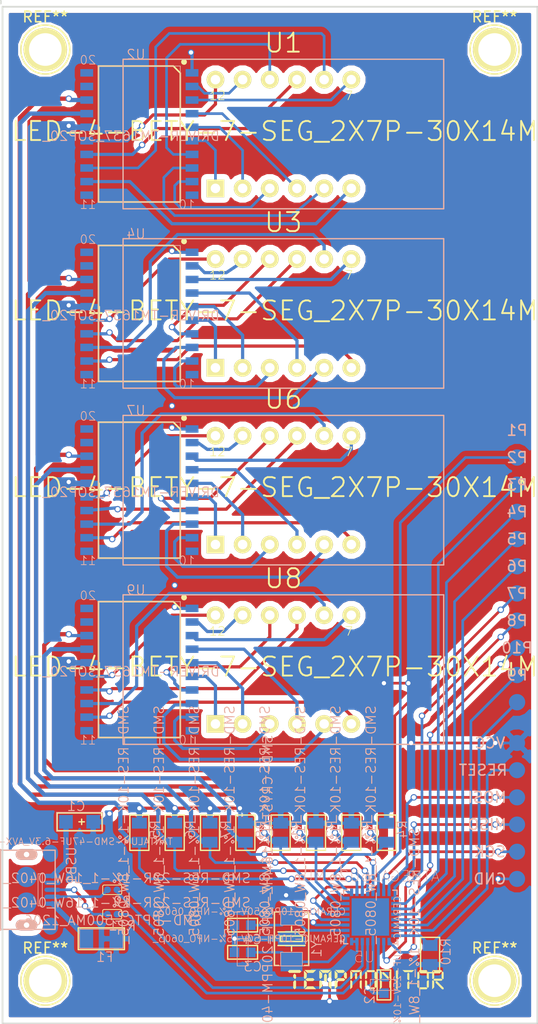
<source format=kicad_pcb>
(kicad_pcb (version 4) (host pcbnew 4.0.2-stable)
  (layers (0 F.Cu signal hide) (31 B.Cu signal hide) (34 B.Paste user) (35 F.Paste user) (36 B.SilkS user) (37 F.SilkS user) (38 B.Mask user) (39 F.Mask user) (44 Edge.Cuts user))
  (net 0 "")
  (net 1 VCC)
  (net 2 "Net-(C1-Pad-)")
  (net 3 "Net-(C2-Pad1)")
  (net 4 GND)
  (net 5 "Net-(C3-Pad2)")
  (net 6 "Net-(C4-Pad2)")
  (net 7 "Net-(F1-Pad1)")
  (net 8 "Net-(P1-Pad1)")
  (net 9 "Net-(P2-Pad1)")
  (net 10 "Net-(P3-Pad1)")
  (net 11 "Net-(P4-Pad1)")
  (net 12 "Net-(P5-Pad1)")
  (net 13 "Net-(P6-Pad1)")
  (net 14 "Net-(P7-Pad1)")
  (net 15 "Net-(P8-Pad1)")
  (net 16 "Net-(P9-Pad1)")
  (net 17 "Net-(P10-Pad1)")
  (net 18 RESET)
  (net 19 MOSI)
  (net 20 MISO)
  (net 21 SCK)
  (net 22 CLK1)
  (net 23 CLK2)
  (net 24 CLK3)
  (net 25 CLK4)
  (net 26 DATA1)
  (net 27 DATA2)
  (net 28 DATA3)
  (net 29 DATA4)
  (net 30 D-)
  (net 31 "Net-(R9-Pad2)")
  (net 32 D+)
  (net 33 "Net-(R11-Pad2)")
  (net 34 E1)
  (net 35 D1)
  (net 36 DP1)
  (net 37 C1)
  (net 38 G1)
  (net 39 GR41)
  (net 40 B1)
  (net 41 GR31)
  (net 42 GR21)
  (net 43 F1)
  (net 44 A1)
  (net 45 GR11)
  (net 46 "Net-(U2-Pad10)")
  (net 47 "Net-(U2-Pad11)")
  (net 48 "Net-(U2-Pad19)")
  (net 49 "Net-(U2-Pad20)")
  (net 50 E2)
  (net 51 D2)
  (net 52 DP2)
  (net 53 C2)
  (net 54 G2)
  (net 55 GR42)
  (net 56 B2)
  (net 57 GR32)
  (net 58 GR22)
  (net 59 F2)
  (net 60 A2)
  (net 61 GR12)
  (net 62 "Net-(U4-Pad10)")
  (net 63 "Net-(U4-Pad11)")
  (net 64 "Net-(U4-Pad19)")
  (net 65 "Net-(U4-Pad20)")
  (net 66 E3)
  (net 67 D3)
  (net 68 DP3)
  (net 69 C3)
  (net 70 G3)
  (net 71 GR43)
  (net 72 B3)
  (net 73 GR33)
  (net 74 GR23)
  (net 75 F3)
  (net 76 A3)
  (net 77 GR13)
  (net 78 "Net-(U7-Pad10)")
  (net 79 "Net-(U7-Pad11)")
  (net 80 "Net-(U7-Pad19)")
  (net 81 "Net-(U7-Pad20)")
  (net 82 E4)
  (net 83 D4)
  (net 84 DP4)
  (net 85 C4)
  (net 86 G4)
  (net 87 GR44)
  (net 88 B4)
  (net 89 GR34)
  (net 90 GR24)
  (net 91 F4)
  (net 92 A4)
  (net 93 GR14)
  (net 94 "Net-(U9-Pad10)")
  (net 95 "Net-(U9-Pad11)")
  (net 96 "Net-(U9-Pad19)")
  (net 97 "Net-(U9-Pad20)")
  (net 98 "Net-(USB1-Pad4)")
  (net 99 "Net-(USB1-PadS1)")
  (net 100 "Net-(USB1-PadS2)")
  (net 101 "Net-(USB1-PadS3)")
  (net 102 "Net-(USB1-PadS5)")
  (module Homebrew:LOGO (layer F.Cu) (at 150.93188 134.72668)
    (fp_text reference G*** hide)
    (fp_text value LOGO hide)
  )
  (module Homebrew:MICRO-USB5+6P-SMD-0.65-B_NY (layer B.Cu) (at 121.92 126.506 90)
    (fp_text reference USB1 (at 2.286 1.524 90) (layer B.SilkS) (effects (font (size 0.889 0.889) (thickness 0.1016)) (justify mirror)))
    (fp_text value MICRO-USB-SMD-B-_10118193-0001LF_ hide)
    (pad 1 smd oval (at -1.29794 -0.24892 270) (size 0.39878 1.4986) (layers B.Cu B.Paste B.Mask) (net 7 "Net-(F1-Pad1)"))
    (pad 2 smd oval (at -0.6477 -0.24892 270) (size 0.39878 1.4986) (layers B.Cu B.Paste B.Mask) (net 30 D-))
    (pad 3 smd oval (at 0 -0.24892 270) (size 0.39878 1.4986) (layers B.Cu B.Paste B.Mask) (net 32 D+))
    (pad 4 smd oval (at 0.6477 -0.24892 270) (size 0.39878 1.4986) (layers B.Cu B.Paste B.Mask) (net 98 "Net-(USB1-Pad4)"))
    (pad 5 smd oval (at 1.29794 -0.24892 270) (size 0.39878 1.4986) (layers B.Cu B.Paste B.Mask) (net 2 "Net-(C1-Pad-)"))
    (pad S1 smd oval (at -3.39852 -0.42672) (size 1.39954 1.59766) (layers B.Cu B.Paste B.Mask) (net 99 "Net-(USB1-PadS1)"))
    (pad S2 thru_hole oval (at -3.29946 -2.67462 270) (size 1.016 2.032) (drill 0.508) (layers *.Cu B.Paste B.SilkS B.Mask) (net 100 "Net-(USB1-PadS2)"))
    (pad S3 smd circle (at -1.19888 -2.67462 90) (size 1.89992 1.89992) (layers B.Cu B.Paste B.Mask) (net 101 "Net-(USB1-PadS3)"))
    (pad S4 smd circle (at 1.19888 -2.67462 90) (size 1.89992 1.89992) (layers B.Cu B.Paste B.Mask) (net 101 "Net-(USB1-PadS3)"))
    (pad S5 thru_hole oval (at 3.29946 -2.67462 270) (size 1.016 2.032) (drill 0.508) (layers *.Cu B.Paste B.SilkS B.Mask) (net 102 "Net-(USB1-PadS5)"))
    (pad S6 smd oval (at 3.39852 -0.42672) (size 1.39954 1.59766) (layers B.Cu B.Paste B.Mask) (net 102 "Net-(USB1-PadS5)"))
  )
  (module Homebrew:ProgrammingPad (layer F.Cu) (at 167.64 120.41 90)
    (fp_text reference P11 hide)
    (fp_text value ProgrammingPad hide)
    (fp_text user GND (at -5.08 -5.08 360) (layer B.SilkS) (effects (justify mirror)))
    (fp_text user SCK (at -2.54 -5.08 360) (layer B.SilkS) (effects (justify mirror)))
    (fp_text user MISO (at 0 -5.334 360) (layer B.SilkS) (effects (justify mirror)))
    (fp_text user MOSI (at 2.54 -5.334 360) (layer B.SilkS) (effects (justify mirror)))
    (fp_text user RESET (at 5.08 -5.715 360) (layer B.SilkS) (effects (justify mirror)))
    (fp_text user VCC (at 7.62 -5.08 360) (layer B.SilkS) (effects (justify mirror)))
    (pad 1 connect circle (at 7.62 -2.54 270) (size 1.5 1.5) (layers B.Cu B.Mask) (net 1 VCC))
    (pad 2 connect circle (at 5.08 -2.54 270) (size 1.5 1.5) (layers B.Cu B.Mask) (net 18 RESET))
    (pad 3 connect circle (at 2.54 -2.54 270) (size 1.5 1.5) (layers B.Cu B.Mask) (net 19 MOSI))
    (pad 4 connect circle (at 0 -2.54 270) (size 1.5 1.5) (layers B.Cu B.Mask) (net 20 MISO))
    (pad 5 connect circle (at -2.54 -2.54 270) (size 1.5 1.5) (layers B.Cu B.Mask) (net 21 SCK))
    (pad 6 connect circle (at -5.08 -2.54 270) (size 1.5 1.5) (layers B.Cu B.Mask) (net 4 GND))
  )
  (module Homebrew:Pad (layer B.Cu) (at 165.1 106.44)
    (fp_text reference P10 (at 0 -2.54) (layer B.SilkS) (effects (justify mirror)))
    (fp_text value Pad)
    (pad 1 connect circle (at 0 0) (size 1.524 1.524) (layers B.Cu B.Mask) (net 17 "Net-(P10-Pad1)"))
  )
  (module Homebrew:Pad (layer B.Cu) (at 165.1 108.98)
    (fp_text reference P9 (at 0 -2.54) (layer B.SilkS) (effects (justify mirror)))
    (fp_text value Pad)
    (pad 1 connect circle (at 0 0) (size 1.524 1.524) (layers B.Cu B.Mask) (net 16 "Net-(P9-Pad1)"))
  )
  (module Homebrew:Pad (layer B.Cu) (at 165.1 103.9)
    (fp_text reference P8 (at 0 -2.54) (layer B.SilkS) (effects (justify mirror)))
    (fp_text value Pad)
    (pad 1 connect circle (at 0 0) (size 1.524 1.524) (layers B.Cu B.Mask) (net 15 "Net-(P8-Pad1)"))
  )
  (module Homebrew:Pad (layer B.Cu) (at 165.1 101.36)
    (fp_text reference P7 (at 0 -2.54) (layer B.SilkS) (effects (justify mirror)))
    (fp_text value Pad)
    (pad 1 connect circle (at 0 0) (size 1.524 1.524) (layers B.Cu B.Mask) (net 14 "Net-(P7-Pad1)"))
  )
  (module Homebrew:Pad (layer B.Cu) (at 165.1 98.82)
    (fp_text reference P6 (at 0 -2.54) (layer B.SilkS) (effects (justify mirror)))
    (fp_text value Pad)
    (pad 1 connect circle (at 0 0) (size 1.524 1.524) (layers B.Cu B.Mask) (net 13 "Net-(P6-Pad1)"))
  )
  (module Homebrew:Pad (layer B.Cu) (at 165.1 96.28)
    (fp_text reference P5 (at 0 -2.54) (layer B.SilkS) (effects (justify mirror)))
    (fp_text value Pad)
    (pad 1 connect circle (at 0 0) (size 1.524 1.524) (layers B.Cu B.Mask) (net 12 "Net-(P5-Pad1)"))
  )
  (module Homebrew:Pad (layer B.Cu) (at 165.1 93.74)
    (fp_text reference P4 (at 0 -2.54) (layer B.SilkS) (effects (justify mirror)))
    (fp_text value Pad)
    (pad 1 connect circle (at 0 0) (size 1.524 1.524) (layers B.Cu B.Mask) (net 11 "Net-(P4-Pad1)"))
  )
  (module Homebrew:Pad (layer B.Cu) (at 165.1 91.2)
    (fp_text reference P3 (at 0 -2.54) (layer B.SilkS) (effects (justify mirror)))
    (fp_text value Pad)
    (pad 1 connect circle (at 0 0) (size 1.524 1.524) (layers B.Cu B.Mask) (net 10 "Net-(P3-Pad1)"))
  )
  (module Homebrew:Pad (layer B.Cu) (at 165.1 88.66)
    (fp_text reference P2 (at 0 -2.54) (layer B.SilkS) (effects (justify mirror)))
    (fp_text value Pad)
    (pad 1 connect circle (at 0 0) (size 1.524 1.524) (layers B.Cu B.Mask) (net 9 "Net-(P2-Pad1)"))
  )
  (module Homebrew:Pad (layer B.Cu) (at 165.1 86.12)
    (fp_text reference P1 (at 0 -2.54) (layer B.SilkS) (effects (justify mirror)))
    (fp_text value Pad)
    (pad 1 connect circle (at 0 0) (size 1.524 1.524) (layers B.Cu B.Mask) (net 8 "Net-(P1-Pad1)"))
  )
  (module Seeed-Fuse-2016:F1206 (layer B.Cu) (at 126.238 131.078)
    (fp_text reference F1 (at 0.3175 1.7145) (layer B.SilkS) (effects (font (size 0.889 0.889) (thickness 0.1016)) (justify mirror)))
    (fp_text value SMD-PPTC-500MA_1206_ (at 0.762 -1.7145) (layer B.SilkS) (effects (font (size 0.889 0.889) (thickness 0.1016)) (justify mirror)))
    (pad 1 smd rect (at -1.397 0) (size 1.27 1.778) (layers B.Cu B.Paste B.Mask) (net 7 "Net-(F1-Pad1)"))
    (pad 2 smd rect (at 1.397 0) (size 1.27 1.778) (layers B.Cu B.Paste B.Mask) (net 1 VCC))
  )
  (module Seeed-Resistor-2016:R0402 (layer B.Cu) (at 127.254 128.792 270)
    (fp_text reference R11 (at 1.0795 -0.9525 360) (layer B.SilkS) (effects (font (size 0.889 0.889) (thickness 0.1016)) (justify mirror)))
    (fp_text value SMD-RES-22R-1%-1_16W_0402_ (at -1.0795 -1.397 360) (layer B.SilkS) (effects (font (size 0.889 0.889) (thickness 0.1016)) (justify mirror)))
    (pad 1 smd circle (at 0 0.4445) (size 0.635 0.635) (layers B.Cu B.Paste B.Mask) (net 32 D+))
    (pad 2 smd circle (at 0 -0.4445) (size 0.635 0.635) (layers B.Cu B.Paste B.Mask) (net 33 "Net-(R11-Pad2)"))
  )
  (module Seeed-Resistor-2016:R0402 (layer B.Cu) (at 127.254 126.506 270)
    (fp_text reference R9 (at 1.0795 -0.9525 360) (layer B.SilkS) (effects (font (size 0.889 0.889) (thickness 0.1016)) (justify mirror)))
    (fp_text value SMD-RES-22R-1%-1_16W_0402_ (at -1.0795 -1.397 360) (layer B.SilkS) (effects (font (size 0.889 0.889) (thickness 0.1016)) (justify mirror)))
    (pad 1 smd circle (at 0 0.4445) (size 0.635 0.635) (layers B.Cu B.Paste B.Mask) (net 30 D-))
    (pad 2 smd circle (at 0 -0.4445) (size 0.635 0.635) (layers B.Cu B.Paste B.Mask) (net 31 "Net-(R9-Pad2)"))
  )
  (module Connect:1pin (layer F.Cu) (at 121 135)
    (fp_text reference REF** (at 0 -3.048) (layer F.SilkS))
    (fp_text value 1pin)
    (pad 1 thru_hole circle (at 0 0) (size 4.064 4.064) (drill 3.048) (layers *.Cu *.Mask F.SilkS))
  )
  (module Connect:1pin (layer F.Cu) (at 121 48)
    (fp_text reference REF** (at 0 -3.048) (layer F.SilkS))
    (fp_text value 1pin)
    (pad 1 thru_hole circle (at 0 0) (size 4.064 4.064) (drill 3.048) (layers *.Cu *.Mask F.SilkS))
  )
  (module Connect:1pin (layer F.Cu) (at 163 48)
    (fp_text reference REF** (at 0 -3.048) (layer F.SilkS))
    (fp_text value 1pin)
    (pad 1 thru_hole circle (at 0 0) (size 4.064 4.064) (drill 3.048) (layers *.Cu *.Mask F.SilkS))
  )
  (module Connect:1pin (layer F.Cu) (at 163 135)
    (fp_text reference REF** (at 0 -3.048) (layer F.SilkS))
    (fp_text value 1pin)
    (pad 1 thru_hole circle (at 0 0) (size 4.064 4.064) (drill 3.048) (layers *.Cu *.Mask F.SilkS))
  )
  (module Seeed-Resistor-2016:R0805 (layer B.Cu) (at 129.794 121.172)
    (fp_text reference R5 (at 1.4605 -0.3175 90) (layer B.SilkS) (effects (font (size 0.889 0.889) (thickness 0.1016)) (justify mirror)))
    (fp_text value SMD-RES-10K-1%-1_8W_0805_ (at -1.4605 -0.762 90) (layer B.SilkS) (effects (font (size 0.889 0.889) (thickness 0.1016)) (justify mirror)))
    (pad 1 smd rect (at 0 0.889 90) (size 1.016 1.397) (layers B.Cu B.Paste B.Mask) (net 26 DATA1))
    (pad 2 smd rect (at 0 -0.889 90) (size 1.016 1.397) (layers B.Cu B.Paste B.Mask) (net 1 VCC))
  )
  (module Seeed-Resistor-2016:R0805 (layer B.Cu) (at 133.096 121.172)
    (fp_text reference R6 (at 1.4605 -0.3175 90) (layer B.SilkS) (effects (font (size 0.889 0.889) (thickness 0.1016)) (justify mirror)))
    (fp_text value SMD-RES-10K-1%-1_8W_0805_ (at -1.4605 -0.762 90) (layer B.SilkS) (effects (font (size 0.889 0.889) (thickness 0.1016)) (justify mirror)))
    (pad 1 smd rect (at 0 0.889 90) (size 1.016 1.397) (layers B.Cu B.Paste B.Mask) (net 27 DATA2))
    (pad 2 smd rect (at 0 -0.889 90) (size 1.016 1.397) (layers B.Cu B.Paste B.Mask) (net 1 VCC))
  )
  (module Seeed-Resistor-2016:R0805 (layer B.Cu) (at 136.398 121.172)
    (fp_text reference R7 (at 1.4605 -0.3175 90) (layer B.SilkS) (effects (font (size 0.889 0.889) (thickness 0.1016)) (justify mirror)))
    (fp_text value SMD-RES-10K-1%-1_8W_0805_ (at -1.4605 -0.762 90) (layer B.SilkS) (effects (font (size 0.889 0.889) (thickness 0.1016)) (justify mirror)))
    (pad 1 smd rect (at 0 0.889 90) (size 1.016 1.397) (layers B.Cu B.Paste B.Mask) (net 28 DATA3))
    (pad 2 smd rect (at 0 -0.889 90) (size 1.016 1.397) (layers B.Cu B.Paste B.Mask) (net 1 VCC))
  )
  (module Seeed-Resistor-2016:R0805 (layer B.Cu) (at 139.7 121.172)
    (fp_text reference R8 (at 1.4605 -0.3175 90) (layer B.SilkS) (effects (font (size 0.889 0.889) (thickness 0.1016)) (justify mirror)))
    (fp_text value SMD-RES-10K-1%-1_8W_0805_ (at -1.4605 -0.762 90) (layer B.SilkS) (effects (font (size 0.889 0.889) (thickness 0.1016)) (justify mirror)))
    (pad 1 smd rect (at 0 0.889 90) (size 1.016 1.397) (layers B.Cu B.Paste B.Mask) (net 29 DATA4))
    (pad 2 smd rect (at 0 -0.889 90) (size 1.016 1.397) (layers B.Cu B.Paste B.Mask) (net 1 VCC))
  )
  (module Seeed-Resistor-2016:R0805 (layer B.Cu) (at 143.002 121.172)
    (fp_text reference R1 (at 1.4605 -0.3175 90) (layer B.SilkS) (effects (font (size 0.889 0.889) (thickness 0.1016)) (justify mirror)))
    (fp_text value SMD-RES-10K-1%-1_8W_0805_ (at -1.4605 -0.762 90) (layer B.SilkS) (effects (font (size 0.889 0.889) (thickness 0.1016)) (justify mirror)))
    (pad 1 smd rect (at 0 0.889 90) (size 1.016 1.397) (layers B.Cu B.Paste B.Mask) (net 22 CLK1))
    (pad 2 smd rect (at 0 -0.889 90) (size 1.016 1.397) (layers B.Cu B.Paste B.Mask) (net 1 VCC))
  )
  (module Seeed-Resistor-2016:R0805 (layer B.Cu) (at 146.304 121.172)
    (fp_text reference R2 (at 1.4605 -0.3175 90) (layer B.SilkS) (effects (font (size 0.889 0.889) (thickness 0.1016)) (justify mirror)))
    (fp_text value SMD-RES-10K-1%-1_8W_0805_ (at -1.4605 -0.762 90) (layer B.SilkS) (effects (font (size 0.889 0.889) (thickness 0.1016)) (justify mirror)))
    (pad 1 smd rect (at 0 0.889 90) (size 1.016 1.397) (layers B.Cu B.Paste B.Mask) (net 23 CLK2))
    (pad 2 smd rect (at 0 -0.889 90) (size 1.016 1.397) (layers B.Cu B.Paste B.Mask) (net 1 VCC))
  )
  (module Seeed-Resistor-2016:R0805 (layer B.Cu) (at 149.606 121.172)
    (fp_text reference R3 (at 1.4605 -0.3175 90) (layer B.SilkS) (effects (font (size 0.889 0.889) (thickness 0.1016)) (justify mirror)))
    (fp_text value SMD-RES-10K-1%-1_8W_0805_ (at -1.4605 -0.762 90) (layer B.SilkS) (effects (font (size 0.889 0.889) (thickness 0.1016)) (justify mirror)))
    (pad 1 smd rect (at 0 0.889 90) (size 1.016 1.397) (layers B.Cu B.Paste B.Mask) (net 24 CLK3))
    (pad 2 smd rect (at 0 -0.889 90) (size 1.016 1.397) (layers B.Cu B.Paste B.Mask) (net 1 VCC))
  )
  (module Seeed-Resistor-2016:R0805 (layer B.Cu) (at 152.908 121.172)
    (fp_text reference R4 (at 1.4605 -0.3175 90) (layer B.SilkS) (effects (font (size 0.889 0.889) (thickness 0.1016)) (justify mirror)))
    (fp_text value SMD-RES-10K-1%-1_8W_0805_ (at -1.4605 -0.762 90) (layer B.SilkS) (effects (font (size 0.889 0.889) (thickness 0.1016)) (justify mirror)))
    (pad 1 smd rect (at 0 0.889 90) (size 1.016 1.397) (layers B.Cu B.Paste B.Mask) (net 25 CLK4))
    (pad 2 smd rect (at 0 -0.889 90) (size 1.016 1.397) (layers B.Cu B.Paste B.Mask) (net 1 VCC))
  )
  (module Seeed-Resistor-2016:R0805 (layer B.Cu) (at 156.972 132.602)
    (fp_text reference R10 (at 1.4605 -0.3175 90) (layer B.SilkS) (effects (font (size 0.889 0.889) (thickness 0.1016)) (justify mirror)))
    (fp_text value SMD-RES-10K-1%-1_8W_0805_ (at -1.4605 -0.762 90) (layer B.SilkS) (effects (font (size 0.889 0.889) (thickness 0.1016)) (justify mirror)))
    (pad 1 smd rect (at 0 0.889 90) (size 1.016 1.397) (layers B.Cu B.Paste B.Mask) (net 1 VCC))
    (pad 2 smd rect (at 0 -0.889 90) (size 1.016 1.397) (layers B.Cu B.Paste B.Mask) (net 18 RESET))
  )
  (module Seeed-Capacitor-2016:C0603 (layer B.Cu) (at 152.654 135.396 180)
    (fp_text reference C2 (at 1.3335 -0.9525 270) (layer B.SilkS) (effects (font (size 0.889 0.889) (thickness 0.1016)) (justify mirror)))
    (fp_text value CERAMIC-1UF-25V-10%-X7R_0603_ (at -1.27 -0.635 270) (layer B.SilkS) (effects (font (size 0.635 0.635) (thickness 0.0762)) (justify mirror)))
    (pad 1 smd rect (at 0 0.762 270) (size 0.889 0.889) (layers B.Cu B.Paste B.Mask) (net 3 "Net-(C2-Pad1)"))
    (pad 2 smd rect (at 0 -0.762 270) (size 0.889 0.889) (layers B.Cu B.Paste B.Mask) (net 4 GND))
  )
  (module "Seeed-Crystal Oscillator-2016:X2-SMD-5.0X3.2X1.3MM" (layer B.Cu) (at 144.018 131.078 90)
    (fp_text reference Y1 (at -0.9525 2.3495 90) (layer B.SilkS) (effects (font (size 0.889 0.889) (thickness 0.1016)) (justify mirror)))
    (fp_text value SMD-CRYSTAL-16MHZ-8PF-20PPM-40R_2P-5.0X3.2MM_ (at -0.508 -2.2225 90) (layer B.SilkS) (effects (font (size 0.889 0.889) (thickness 0.1016)) (justify mirror)))
    (pad 1 smd rect (at -2.159 0 90) (size 1.778 2.032) (layers B.Cu B.Paste B.Mask) (net 5 "Net-(C3-Pad2)"))
    (pad 2 smd rect (at 2.159 0 90) (size 1.778 2.032) (layers B.Cu B.Paste B.Mask) (net 6 "Net-(C4-Pad2)"))
  )
  (module Seeed-Capacitor-2016:C0603 (layer B.Cu) (at 139.446 129.808 270)
    (fp_text reference C4 (at 1.3335 -0.9525 360) (layer B.SilkS) (effects (font (size 0.889 0.889) (thickness 0.1016)) (justify mirror)))
    (fp_text value CERAMIC-10PF-50V-5%-NPO_0603_ (at -1.27 -0.635 360) (layer B.SilkS) (effects (font (size 0.635 0.635) (thickness 0.0762)) (justify mirror)))
    (pad 1 smd rect (at 0 0.762) (size 0.889 0.889) (layers B.Cu B.Paste B.Mask) (net 4 GND))
    (pad 2 smd rect (at 0 -0.762) (size 0.889 0.889) (layers B.Cu B.Paste B.Mask) (net 6 "Net-(C4-Pad2)"))
  )
  (module Seeed-Capacitor-2016:C0603 (layer B.Cu) (at 139.446 132.348 270)
    (fp_text reference C3 (at 1.3335 -0.9525 360) (layer B.SilkS) (effects (font (size 0.889 0.889) (thickness 0.1016)) (justify mirror)))
    (fp_text value CERAMIC-10PF-50V-5%-NPO_0603_ (at -1.27 -0.635 360) (layer B.SilkS) (effects (font (size 0.635 0.635) (thickness 0.0762)) (justify mirror)))
    (pad 1 smd rect (at 0 0.762) (size 0.889 0.889) (layers B.Cu B.Paste B.Mask) (net 4 GND))
    (pad 2 smd rect (at 0 -0.762) (size 0.889 0.889) (layers B.Cu B.Paste B.Mask) (net 5 "Net-(C3-Pad2)"))
  )
  (module Seeed-IC-2016:SOP20-1.27-12.7X7.65MM (layer B.Cu) (at 129.794 105.932 270)
    (fp_text reference U9 (at -7.4295 0.3175 540) (layer B.SilkS) (effects (font (size 0.889 0.889) (thickness 0.1016)) (justify mirror)))
    (fp_text value DRIVER-TM1637_SOP20_ (at 0.1905 0.762 540) (layer B.SilkS) (effects (font (size 0.889 0.889) (thickness 0.1016)) (justify mirror)))
    (fp_text user 20 (at -6.90626 4.81076 540) (layer B.SilkS) (effects (font (size 0.8128 0.8128) (thickness 0.0762)) (justify mirror)))
    (fp_text user 11 (at 6.5913 4.81076 540) (layer B.SilkS) (effects (font (size 0.8128 0.8128) (thickness 0.0762)) (justify mirror)))
    (fp_text user 10 (at 6.5913 -4.43484 540) (layer B.SilkS) (effects (font (size 0.8128 0.8128) (thickness 0.0762)) (justify mirror)))
    (pad 1 smd rect (at -5.715 -4.92252 270) (size 0.6985 1.19888) (layers B.Cu B.Paste B.Mask) (net 4 GND))
    (pad 2 smd rect (at -4.445 -4.92252 270) (size 0.6985 1.19888) (layers B.Cu B.Paste B.Mask) (net 92 A4))
    (pad 3 smd rect (at -3.175 -4.92252 270) (size 0.6985 1.19888) (layers B.Cu B.Paste B.Mask) (net 88 B4))
    (pad 4 smd rect (at -1.905 -4.92252 270) (size 0.6985 1.19888) (layers B.Cu B.Paste B.Mask) (net 85 C4))
    (pad 5 smd rect (at -0.635 -4.92252 270) (size 0.6985 1.19888) (layers B.Cu B.Paste B.Mask) (net 83 D4))
    (pad 6 smd rect (at 0.635 -4.92252 270) (size 0.6985 1.19888) (layers B.Cu B.Paste B.Mask) (net 82 E4))
    (pad 7 smd rect (at 1.905 -4.92252 270) (size 0.6985 1.19888) (layers B.Cu B.Paste B.Mask) (net 91 F4))
    (pad 8 smd rect (at 3.175 -4.92252 270) (size 0.6985 1.19888) (layers B.Cu B.Paste B.Mask) (net 86 G4))
    (pad 9 smd rect (at 4.445 -4.92252 270) (size 0.6985 1.19888) (layers B.Cu B.Paste B.Mask) (net 84 DP4))
    (pad 10 smd rect (at 5.715 -4.92252 270) (size 0.6985 1.19888) (layers B.Cu B.Paste B.Mask) (net 94 "Net-(U9-Pad10)"))
    (pad 11 smd rect (at 5.715 4.92252 270) (size 0.6985 1.19888) (layers B.Cu B.Paste B.Mask) (net 95 "Net-(U9-Pad11)"))
    (pad 12 smd rect (at 4.445 4.92252 270) (size 0.6985 1.19888) (layers B.Cu B.Paste B.Mask) (net 87 GR44))
    (pad 13 smd rect (at 3.175 4.92252 270) (size 0.6985 1.19888) (layers B.Cu B.Paste B.Mask) (net 89 GR34))
    (pad 14 smd rect (at 1.905 4.92252 270) (size 0.6985 1.19888) (layers B.Cu B.Paste B.Mask) (net 90 GR24))
    (pad 15 smd rect (at 0.635 4.92252 270) (size 0.6985 1.19888) (layers B.Cu B.Paste B.Mask) (net 93 GR14))
    (pad 16 smd rect (at -0.635 4.92252 270) (size 0.6985 1.19888) (layers B.Cu B.Paste B.Mask) (net 1 VCC))
    (pad 17 smd rect (at -1.905 4.92252 270) (size 0.6985 1.19888) (layers B.Cu B.Paste B.Mask) (net 29 DATA4))
    (pad 18 smd rect (at -3.175 4.92252 270) (size 0.6985 1.19888) (layers B.Cu B.Paste B.Mask) (net 25 CLK4))
    (pad 19 smd rect (at -4.445 4.92252 270) (size 0.6985 1.19888) (layers B.Cu B.Paste B.Mask) (net 96 "Net-(U9-Pad19)"))
    (pad 20 smd rect (at -5.715 4.92252 270) (size 0.6985 1.19888) (layers B.Cu B.Paste B.Mask) (net 97 "Net-(U9-Pad20)"))
  )
  (module Seeed-IC-2016:SOP20-1.27-12.7X7.65MM (layer B.Cu) (at 129.794 89.168 270)
    (fp_text reference U7 (at -7.4295 0.3175 540) (layer B.SilkS) (effects (font (size 0.889 0.889) (thickness 0.1016)) (justify mirror)))
    (fp_text value DRIVER-TM1637_SOP20_ (at 0.1905 0.762 540) (layer B.SilkS) (effects (font (size 0.889 0.889) (thickness 0.1016)) (justify mirror)))
    (fp_text user 20 (at -6.90626 4.81076 540) (layer B.SilkS) (effects (font (size 0.8128 0.8128) (thickness 0.0762)) (justify mirror)))
    (fp_text user 11 (at 6.5913 4.81076 540) (layer B.SilkS) (effects (font (size 0.8128 0.8128) (thickness 0.0762)) (justify mirror)))
    (fp_text user 10 (at 6.5913 -4.43484 540) (layer B.SilkS) (effects (font (size 0.8128 0.8128) (thickness 0.0762)) (justify mirror)))
    (pad 1 smd rect (at -5.715 -4.92252 270) (size 0.6985 1.19888) (layers B.Cu B.Paste B.Mask) (net 4 GND))
    (pad 2 smd rect (at -4.445 -4.92252 270) (size 0.6985 1.19888) (layers B.Cu B.Paste B.Mask) (net 76 A3))
    (pad 3 smd rect (at -3.175 -4.92252 270) (size 0.6985 1.19888) (layers B.Cu B.Paste B.Mask) (net 72 B3))
    (pad 4 smd rect (at -1.905 -4.92252 270) (size 0.6985 1.19888) (layers B.Cu B.Paste B.Mask) (net 69 C3))
    (pad 5 smd rect (at -0.635 -4.92252 270) (size 0.6985 1.19888) (layers B.Cu B.Paste B.Mask) (net 67 D3))
    (pad 6 smd rect (at 0.635 -4.92252 270) (size 0.6985 1.19888) (layers B.Cu B.Paste B.Mask) (net 66 E3))
    (pad 7 smd rect (at 1.905 -4.92252 270) (size 0.6985 1.19888) (layers B.Cu B.Paste B.Mask) (net 75 F3))
    (pad 8 smd rect (at 3.175 -4.92252 270) (size 0.6985 1.19888) (layers B.Cu B.Paste B.Mask) (net 70 G3))
    (pad 9 smd rect (at 4.445 -4.92252 270) (size 0.6985 1.19888) (layers B.Cu B.Paste B.Mask) (net 68 DP3))
    (pad 10 smd rect (at 5.715 -4.92252 270) (size 0.6985 1.19888) (layers B.Cu B.Paste B.Mask) (net 78 "Net-(U7-Pad10)"))
    (pad 11 smd rect (at 5.715 4.92252 270) (size 0.6985 1.19888) (layers B.Cu B.Paste B.Mask) (net 79 "Net-(U7-Pad11)"))
    (pad 12 smd rect (at 4.445 4.92252 270) (size 0.6985 1.19888) (layers B.Cu B.Paste B.Mask) (net 71 GR43))
    (pad 13 smd rect (at 3.175 4.92252 270) (size 0.6985 1.19888) (layers B.Cu B.Paste B.Mask) (net 73 GR33))
    (pad 14 smd rect (at 1.905 4.92252 270) (size 0.6985 1.19888) (layers B.Cu B.Paste B.Mask) (net 74 GR23))
    (pad 15 smd rect (at 0.635 4.92252 270) (size 0.6985 1.19888) (layers B.Cu B.Paste B.Mask) (net 77 GR13))
    (pad 16 smd rect (at -0.635 4.92252 270) (size 0.6985 1.19888) (layers B.Cu B.Paste B.Mask) (net 1 VCC))
    (pad 17 smd rect (at -1.905 4.92252 270) (size 0.6985 1.19888) (layers B.Cu B.Paste B.Mask) (net 28 DATA3))
    (pad 18 smd rect (at -3.175 4.92252 270) (size 0.6985 1.19888) (layers B.Cu B.Paste B.Mask) (net 24 CLK3))
    (pad 19 smd rect (at -4.445 4.92252 270) (size 0.6985 1.19888) (layers B.Cu B.Paste B.Mask) (net 80 "Net-(U7-Pad19)"))
    (pad 20 smd rect (at -5.715 4.92252 270) (size 0.6985 1.19888) (layers B.Cu B.Paste B.Mask) (net 81 "Net-(U7-Pad20)"))
  )
  (module Seeed-IC-2016:SOP20-1.27-12.7X7.65MM (layer B.Cu) (at 129.794 72.658 270)
    (fp_text reference U4 (at -7.4295 0.3175 540) (layer B.SilkS) (effects (font (size 0.889 0.889) (thickness 0.1016)) (justify mirror)))
    (fp_text value DRIVER-TM1637_SOP20_ (at 0.1905 0.762 540) (layer B.SilkS) (effects (font (size 0.889 0.889) (thickness 0.1016)) (justify mirror)))
    (fp_text user 20 (at -6.90626 4.81076 540) (layer B.SilkS) (effects (font (size 0.8128 0.8128) (thickness 0.0762)) (justify mirror)))
    (fp_text user 11 (at 6.5913 4.81076 540) (layer B.SilkS) (effects (font (size 0.8128 0.8128) (thickness 0.0762)) (justify mirror)))
    (fp_text user 10 (at 6.5913 -4.43484 540) (layer B.SilkS) (effects (font (size 0.8128 0.8128) (thickness 0.0762)) (justify mirror)))
    (pad 1 smd rect (at -5.715 -4.92252 270) (size 0.6985 1.19888) (layers B.Cu B.Paste B.Mask) (net 4 GND))
    (pad 2 smd rect (at -4.445 -4.92252 270) (size 0.6985 1.19888) (layers B.Cu B.Paste B.Mask) (net 60 A2))
    (pad 3 smd rect (at -3.175 -4.92252 270) (size 0.6985 1.19888) (layers B.Cu B.Paste B.Mask) (net 56 B2))
    (pad 4 smd rect (at -1.905 -4.92252 270) (size 0.6985 1.19888) (layers B.Cu B.Paste B.Mask) (net 53 C2))
    (pad 5 smd rect (at -0.635 -4.92252 270) (size 0.6985 1.19888) (layers B.Cu B.Paste B.Mask) (net 51 D2))
    (pad 6 smd rect (at 0.635 -4.92252 270) (size 0.6985 1.19888) (layers B.Cu B.Paste B.Mask) (net 50 E2))
    (pad 7 smd rect (at 1.905 -4.92252 270) (size 0.6985 1.19888) (layers B.Cu B.Paste B.Mask) (net 59 F2))
    (pad 8 smd rect (at 3.175 -4.92252 270) (size 0.6985 1.19888) (layers B.Cu B.Paste B.Mask) (net 54 G2))
    (pad 9 smd rect (at 4.445 -4.92252 270) (size 0.6985 1.19888) (layers B.Cu B.Paste B.Mask) (net 52 DP2))
    (pad 10 smd rect (at 5.715 -4.92252 270) (size 0.6985 1.19888) (layers B.Cu B.Paste B.Mask) (net 62 "Net-(U4-Pad10)"))
    (pad 11 smd rect (at 5.715 4.92252 270) (size 0.6985 1.19888) (layers B.Cu B.Paste B.Mask) (net 63 "Net-(U4-Pad11)"))
    (pad 12 smd rect (at 4.445 4.92252 270) (size 0.6985 1.19888) (layers B.Cu B.Paste B.Mask) (net 55 GR42))
    (pad 13 smd rect (at 3.175 4.92252 270) (size 0.6985 1.19888) (layers B.Cu B.Paste B.Mask) (net 57 GR32))
    (pad 14 smd rect (at 1.905 4.92252 270) (size 0.6985 1.19888) (layers B.Cu B.Paste B.Mask) (net 58 GR22))
    (pad 15 smd rect (at 0.635 4.92252 270) (size 0.6985 1.19888) (layers B.Cu B.Paste B.Mask) (net 61 GR12))
    (pad 16 smd rect (at -0.635 4.92252 270) (size 0.6985 1.19888) (layers B.Cu B.Paste B.Mask) (net 1 VCC))
    (pad 17 smd rect (at -1.905 4.92252 270) (size 0.6985 1.19888) (layers B.Cu B.Paste B.Mask) (net 27 DATA2))
    (pad 18 smd rect (at -3.175 4.92252 270) (size 0.6985 1.19888) (layers B.Cu B.Paste B.Mask) (net 23 CLK2))
    (pad 19 smd rect (at -4.445 4.92252 270) (size 0.6985 1.19888) (layers B.Cu B.Paste B.Mask) (net 64 "Net-(U4-Pad19)"))
    (pad 20 smd rect (at -5.715 4.92252 270) (size 0.6985 1.19888) (layers B.Cu B.Paste B.Mask) (net 65 "Net-(U4-Pad20)"))
  )
  (module Seeed-IC-2016:SOP20-1.27-12.7X7.65MM (layer B.Cu) (at 129.794 55.894 270)
    (fp_text reference U2 (at -7.4295 0.3175 540) (layer B.SilkS) (effects (font (size 0.889 0.889) (thickness 0.1016)) (justify mirror)))
    (fp_text value DRIVER-TM1637_SOP20_ (at 0.1905 0.762 540) (layer B.SilkS) (effects (font (size 0.889 0.889) (thickness 0.1016)) (justify mirror)))
    (fp_text user 20 (at -6.90626 4.81076 540) (layer B.SilkS) (effects (font (size 0.8128 0.8128) (thickness 0.0762)) (justify mirror)))
    (fp_text user 11 (at 6.5913 4.81076 540) (layer B.SilkS) (effects (font (size 0.8128 0.8128) (thickness 0.0762)) (justify mirror)))
    (fp_text user 10 (at 6.5913 -4.43484 540) (layer B.SilkS) (effects (font (size 0.8128 0.8128) (thickness 0.0762)) (justify mirror)))
    (pad 1 smd rect (at -5.715 -4.92252 270) (size 0.6985 1.19888) (layers B.Cu B.Paste B.Mask) (net 4 GND))
    (pad 2 smd rect (at -4.445 -4.92252 270) (size 0.6985 1.19888) (layers B.Cu B.Paste B.Mask) (net 44 A1))
    (pad 3 smd rect (at -3.175 -4.92252 270) (size 0.6985 1.19888) (layers B.Cu B.Paste B.Mask) (net 40 B1))
    (pad 4 smd rect (at -1.905 -4.92252 270) (size 0.6985 1.19888) (layers B.Cu B.Paste B.Mask) (net 37 C1))
    (pad 5 smd rect (at -0.635 -4.92252 270) (size 0.6985 1.19888) (layers B.Cu B.Paste B.Mask) (net 35 D1))
    (pad 6 smd rect (at 0.635 -4.92252 270) (size 0.6985 1.19888) (layers B.Cu B.Paste B.Mask) (net 34 E1))
    (pad 7 smd rect (at 1.905 -4.92252 270) (size 0.6985 1.19888) (layers B.Cu B.Paste B.Mask) (net 43 F1))
    (pad 8 smd rect (at 3.175 -4.92252 270) (size 0.6985 1.19888) (layers B.Cu B.Paste B.Mask) (net 38 G1))
    (pad 9 smd rect (at 4.445 -4.92252 270) (size 0.6985 1.19888) (layers B.Cu B.Paste B.Mask) (net 36 DP1))
    (pad 10 smd rect (at 5.715 -4.92252 270) (size 0.6985 1.19888) (layers B.Cu B.Paste B.Mask) (net 46 "Net-(U2-Pad10)"))
    (pad 11 smd rect (at 5.715 4.92252 270) (size 0.6985 1.19888) (layers B.Cu B.Paste B.Mask) (net 47 "Net-(U2-Pad11)"))
    (pad 12 smd rect (at 4.445 4.92252 270) (size 0.6985 1.19888) (layers B.Cu B.Paste B.Mask) (net 39 GR41))
    (pad 13 smd rect (at 3.175 4.92252 270) (size 0.6985 1.19888) (layers B.Cu B.Paste B.Mask) (net 41 GR31))
    (pad 14 smd rect (at 1.905 4.92252 270) (size 0.6985 1.19888) (layers B.Cu B.Paste B.Mask) (net 42 GR21))
    (pad 15 smd rect (at 0.635 4.92252 270) (size 0.6985 1.19888) (layers B.Cu B.Paste B.Mask) (net 45 GR11))
    (pad 16 smd rect (at -0.635 4.92252 270) (size 0.6985 1.19888) (layers B.Cu B.Paste B.Mask) (net 1 VCC))
    (pad 17 smd rect (at -1.905 4.92252 270) (size 0.6985 1.19888) (layers B.Cu B.Paste B.Mask) (net 26 DATA1))
    (pad 18 smd rect (at -3.175 4.92252 270) (size 0.6985 1.19888) (layers B.Cu B.Paste B.Mask) (net 22 CLK1))
    (pad 19 smd rect (at -4.445 4.92252 270) (size 0.6985 1.19888) (layers B.Cu B.Paste B.Mask) (net 48 "Net-(U2-Pad19)"))
    (pad 20 smd rect (at -5.715 4.92252 270) (size 0.6985 1.19888) (layers B.Cu B.Paste B.Mask) (net 49 "Net-(U2-Pad20)"))
  )
  (module Seeed-Display-2016:LCD12-2.54-30.0X14.0X7.3MM (layer F.Cu) (at 143.256 89.168)
    (fp_text reference U6 (at 0 -8.509) (layer F.SilkS) (effects (font (size 1.778 1.778) (thickness 0.1778))))
    (fp_text value LED-4-BETY-7-SEG_2X7P-30X14MM_ (at 0.889 -0.254) (layer F.SilkS) (effects (font (size 1.778 1.778) (thickness 0.1778))))
    (fp_text user 7 (at 6.1214 -3.57886) (layer F.SilkS) (effects (font (size 0.8128 0.8128) (thickness 0.0762))))
    (fp_text user 12 (at -6.1722 -3.57886) (layer F.SilkS) (effects (font (size 0.8128 0.8128) (thickness 0.0762))))
    (pad 1 thru_hole rect (at -6.35 5.08) (size 1.651 1.651) (drill 0.889) (layers *.Cu F.Paste F.SilkS F.Mask) (net 66 E3))
    (pad 2 thru_hole circle (at -3.81 5.08) (size 1.651 1.651) (drill 0.889) (layers *.Cu F.Paste F.SilkS F.Mask) (net 67 D3))
    (pad 3 thru_hole circle (at -1.27 5.08) (size 1.651 1.651) (drill 0.889) (layers *.Cu F.Paste F.SilkS F.Mask) (net 68 DP3))
    (pad 4 thru_hole circle (at 1.27 5.08) (size 1.651 1.651) (drill 0.889) (layers *.Cu F.Paste F.SilkS F.Mask) (net 69 C3))
    (pad 5 thru_hole circle (at 3.81 5.08) (size 1.651 1.651) (drill 0.889) (layers *.Cu F.Paste F.SilkS F.Mask) (net 70 G3))
    (pad 6 thru_hole circle (at 6.35 5.08) (size 1.651 1.651) (drill 0.889) (layers *.Cu F.Paste F.SilkS F.Mask) (net 71 GR43))
    (pad 7 thru_hole circle (at 6.35 -5.08) (size 1.651 1.651) (drill 0.889) (layers *.Cu F.Paste F.SilkS F.Mask) (net 72 B3))
    (pad 8 thru_hole circle (at 3.81 -5.08) (size 1.651 1.651) (drill 0.889) (layers *.Cu F.Paste F.SilkS F.Mask) (net 73 GR33))
    (pad 9 thru_hole circle (at 1.27 -5.08) (size 1.651 1.651) (drill 0.889) (layers *.Cu F.Paste F.SilkS F.Mask) (net 74 GR23))
    (pad 10 thru_hole circle (at -1.27 -5.08) (size 1.651 1.651) (drill 0.889) (layers *.Cu F.Paste F.SilkS F.Mask) (net 75 F3))
    (pad 11 thru_hole circle (at -3.81 -5.08) (size 1.651 1.651) (drill 0.889) (layers *.Cu F.Paste F.SilkS F.Mask) (net 76 A3))
    (pad 12 thru_hole circle (at -6.35 -5.08) (size 1.651 1.651) (drill 0.889) (layers *.Cu F.Paste F.SilkS F.Mask) (net 77 GR13))
  )
  (module Seeed-Display-2016:LCD12-2.54-30.0X14.0X7.3MM (layer F.Cu) (at 143.256 72.658)
    (fp_text reference U3 (at 0 -8.509) (layer F.SilkS) (effects (font (size 1.778 1.778) (thickness 0.1778))))
    (fp_text value LED-4-BETY-7-SEG_2X7P-30X14MM_ (at 0.889 -0.254) (layer F.SilkS) (effects (font (size 1.778 1.778) (thickness 0.1778))))
    (fp_text user 7 (at 6.1214 -3.57886) (layer F.SilkS) (effects (font (size 0.8128 0.8128) (thickness 0.0762))))
    (fp_text user 12 (at -6.1722 -3.57886) (layer F.SilkS) (effects (font (size 0.8128 0.8128) (thickness 0.0762))))
    (pad 1 thru_hole rect (at -6.35 5.08) (size 1.651 1.651) (drill 0.889) (layers *.Cu F.Paste F.SilkS F.Mask) (net 50 E2))
    (pad 2 thru_hole circle (at -3.81 5.08) (size 1.651 1.651) (drill 0.889) (layers *.Cu F.Paste F.SilkS F.Mask) (net 51 D2))
    (pad 3 thru_hole circle (at -1.27 5.08) (size 1.651 1.651) (drill 0.889) (layers *.Cu F.Paste F.SilkS F.Mask) (net 52 DP2))
    (pad 4 thru_hole circle (at 1.27 5.08) (size 1.651 1.651) (drill 0.889) (layers *.Cu F.Paste F.SilkS F.Mask) (net 53 C2))
    (pad 5 thru_hole circle (at 3.81 5.08) (size 1.651 1.651) (drill 0.889) (layers *.Cu F.Paste F.SilkS F.Mask) (net 54 G2))
    (pad 6 thru_hole circle (at 6.35 5.08) (size 1.651 1.651) (drill 0.889) (layers *.Cu F.Paste F.SilkS F.Mask) (net 55 GR42))
    (pad 7 thru_hole circle (at 6.35 -5.08) (size 1.651 1.651) (drill 0.889) (layers *.Cu F.Paste F.SilkS F.Mask) (net 56 B2))
    (pad 8 thru_hole circle (at 3.81 -5.08) (size 1.651 1.651) (drill 0.889) (layers *.Cu F.Paste F.SilkS F.Mask) (net 57 GR32))
    (pad 9 thru_hole circle (at 1.27 -5.08) (size 1.651 1.651) (drill 0.889) (layers *.Cu F.Paste F.SilkS F.Mask) (net 58 GR22))
    (pad 10 thru_hole circle (at -1.27 -5.08) (size 1.651 1.651) (drill 0.889) (layers *.Cu F.Paste F.SilkS F.Mask) (net 59 F2))
    (pad 11 thru_hole circle (at -3.81 -5.08) (size 1.651 1.651) (drill 0.889) (layers *.Cu F.Paste F.SilkS F.Mask) (net 60 A2))
    (pad 12 thru_hole circle (at -6.35 -5.08) (size 1.651 1.651) (drill 0.889) (layers *.Cu F.Paste F.SilkS F.Mask) (net 61 GR12))
  )
  (module Seeed-Display-2016:LCD12-2.54-30.0X14.0X7.3MM (layer F.Cu) (at 143.256 55.894)
    (fp_text reference U1 (at 0 -8.509) (layer F.SilkS) (effects (font (size 1.778 1.778) (thickness 0.1778))))
    (fp_text value LED-4-BETY-7-SEG_2X7P-30X14MM_ (at 0.889 -0.254) (layer F.SilkS) (effects (font (size 1.778 1.778) (thickness 0.1778))))
    (fp_text user 7 (at 6.1214 -3.57886) (layer F.SilkS) (effects (font (size 0.8128 0.8128) (thickness 0.0762))))
    (fp_text user 12 (at -6.1722 -3.57886) (layer F.SilkS) (effects (font (size 0.8128 0.8128) (thickness 0.0762))))
    (pad 1 thru_hole rect (at -6.35 5.08) (size 1.651 1.651) (drill 0.889) (layers *.Cu F.Paste F.SilkS F.Mask) (net 34 E1))
    (pad 2 thru_hole circle (at -3.81 5.08) (size 1.651 1.651) (drill 0.889) (layers *.Cu F.Paste F.SilkS F.Mask) (net 35 D1))
    (pad 3 thru_hole circle (at -1.27 5.08) (size 1.651 1.651) (drill 0.889) (layers *.Cu F.Paste F.SilkS F.Mask) (net 36 DP1))
    (pad 4 thru_hole circle (at 1.27 5.08) (size 1.651 1.651) (drill 0.889) (layers *.Cu F.Paste F.SilkS F.Mask) (net 37 C1))
    (pad 5 thru_hole circle (at 3.81 5.08) (size 1.651 1.651) (drill 0.889) (layers *.Cu F.Paste F.SilkS F.Mask) (net 38 G1))
    (pad 6 thru_hole circle (at 6.35 5.08) (size 1.651 1.651) (drill 0.889) (layers *.Cu F.Paste F.SilkS F.Mask) (net 39 GR41))
    (pad 7 thru_hole circle (at 6.35 -5.08) (size 1.651 1.651) (drill 0.889) (layers *.Cu F.Paste F.SilkS F.Mask) (net 40 B1))
    (pad 8 thru_hole circle (at 3.81 -5.08) (size 1.651 1.651) (drill 0.889) (layers *.Cu F.Paste F.SilkS F.Mask) (net 41 GR31))
    (pad 9 thru_hole circle (at 1.27 -5.08) (size 1.651 1.651) (drill 0.889) (layers *.Cu F.Paste F.SilkS F.Mask) (net 42 GR21))
    (pad 10 thru_hole circle (at -1.27 -5.08) (size 1.651 1.651) (drill 0.889) (layers *.Cu F.Paste F.SilkS F.Mask) (net 43 F1))
    (pad 11 thru_hole circle (at -3.81 -5.08) (size 1.651 1.651) (drill 0.889) (layers *.Cu F.Paste F.SilkS F.Mask) (net 44 A1))
    (pad 12 thru_hole circle (at -6.35 -5.08) (size 1.651 1.651) (drill 0.889) (layers *.Cu F.Paste F.SilkS F.Mask) (net 45 GR11))
  )
  (module ATMEGA16U2-MU:QFN50P500X500X100-33N (layer B.Cu) (at 151.384 129.046)
    (fp_text reference U5 (at -0.55921 3.73609) (layer B.SilkS) (effects (font (thickness 0.05)) (justify mirror)))
    (fp_text value ATMEGA16U2-MU (at 0.07579 -3.81391) (layer B.SilkS) (effects (font (thickness 0.05)) (justify mirror)))
    (pad 1 smd rect (at -2.3 1.75) (size 0.7 0.3) (layers B.Cu B.Paste B.Mask) (net 5 "Net-(C3-Pad2)"))
    (pad 2 smd rect (at -2.3 1.25) (size 0.7 0.3) (layers B.Cu B.Paste B.Mask) (net 6 "Net-(C4-Pad2)"))
    (pad 3 smd rect (at -2.3 0.75) (size 0.7 0.3) (layers B.Cu B.Paste B.Mask) (net 4 GND))
    (pad 4 smd rect (at -2.3 0.25) (size 0.7 0.3) (layers B.Cu B.Paste B.Mask) (net 1 VCC))
    (pad 5 smd rect (at -2.3 -0.25) (size 0.7 0.3) (layers B.Cu B.Paste B.Mask) (net 13 "Net-(P6-Pad1)"))
    (pad 6 smd rect (at -2.3 -0.75) (size 0.7 0.3) (layers B.Cu B.Paste B.Mask) (net 22 CLK1))
    (pad 7 smd rect (at -2.3 -1.25) (size 0.7 0.3) (layers B.Cu B.Paste B.Mask) (net 23 CLK2))
    (pad 8 smd rect (at -2.3 -1.75) (size 0.7 0.3) (layers B.Cu B.Paste B.Mask) (net 24 CLK3))
    (pad 9 smd rect (at -1.75 -2.3 270) (size 0.7 0.3) (layers B.Cu B.Paste B.Mask) (net 25 CLK4))
    (pad 10 smd rect (at -1.25 -2.3 270) (size 0.7 0.3) (layers B.Cu B.Paste B.Mask) (net 26 DATA1))
    (pad 11 smd rect (at -0.75 -2.3 270) (size 0.7 0.3) (layers B.Cu B.Paste B.Mask) (net 27 DATA2))
    (pad 12 smd rect (at -0.25 -2.3 270) (size 0.7 0.3) (layers B.Cu B.Paste B.Mask) (net 28 DATA3))
    (pad 13 smd rect (at 0.25 -2.3 270) (size 0.7 0.3) (layers B.Cu B.Paste B.Mask) (net 29 DATA4))
    (pad 14 smd rect (at 0.75 -2.3 270) (size 0.7 0.3) (layers B.Cu B.Paste B.Mask) (net 8 "Net-(P1-Pad1)"))
    (pad 15 smd rect (at 1.25 -2.3 270) (size 0.7 0.3) (layers B.Cu B.Paste B.Mask) (net 21 SCK))
    (pad 16 smd rect (at 1.75 -2.3 270) (size 0.7 0.3) (layers B.Cu B.Paste B.Mask) (net 19 MOSI))
    (pad 17 smd rect (at 2.3 -1.75 180) (size 0.7 0.3) (layers B.Cu B.Paste B.Mask) (net 20 MISO))
    (pad 18 smd rect (at 2.3 -1.25 180) (size 0.7 0.3) (layers B.Cu B.Paste B.Mask) (net 9 "Net-(P2-Pad1)"))
    (pad 19 smd rect (at 2.3 -0.75 180) (size 0.7 0.3) (layers B.Cu B.Paste B.Mask) (net 10 "Net-(P3-Pad1)"))
    (pad 20 smd rect (at 2.3 -0.25 180) (size 0.7 0.3) (layers B.Cu B.Paste B.Mask) (net 11 "Net-(P4-Pad1)"))
    (pad 21 smd rect (at 2.3 0.25 180) (size 0.7 0.3) (layers B.Cu B.Paste B.Mask) (net 12 "Net-(P5-Pad1)"))
    (pad 22 smd rect (at 2.3 0.75 180) (size 0.7 0.3) (layers B.Cu B.Paste B.Mask) (net 17 "Net-(P10-Pad1)"))
    (pad 23 smd rect (at 2.3 1.25 180) (size 0.7 0.3) (layers B.Cu B.Paste B.Mask) (net 16 "Net-(P9-Pad1)"))
    (pad 24 smd rect (at 2.3 1.75 180) (size 0.7 0.3) (layers B.Cu B.Paste B.Mask) (net 18 RESET))
    (pad 25 smd rect (at 1.75 2.3 90) (size 0.7 0.3) (layers B.Cu B.Paste B.Mask) (net 15 "Net-(P8-Pad1)"))
    (pad 26 smd rect (at 1.25 2.3 90) (size 0.7 0.3) (layers B.Cu B.Paste B.Mask) (net 14 "Net-(P7-Pad1)"))
    (pad 27 smd rect (at 0.75 2.3 90) (size 0.7 0.3) (layers B.Cu B.Paste B.Mask) (net 3 "Net-(C2-Pad1)"))
    (pad 28 smd rect (at 0.25 2.3 90) (size 0.7 0.3) (layers B.Cu B.Paste B.Mask) (net 4 GND))
    (pad 29 smd rect (at -0.25 2.3 90) (size 0.7 0.3) (layers B.Cu B.Paste B.Mask) (net 33 "Net-(R11-Pad2)"))
    (pad 30 smd rect (at -0.75 2.3 90) (size 0.7 0.3) (layers B.Cu B.Paste B.Mask) (net 31 "Net-(R9-Pad2)"))
    (pad 31 smd rect (at -1.25 2.3 90) (size 0.7 0.3) (layers B.Cu B.Paste B.Mask) (net 1 VCC))
    (pad 32 smd rect (at -1.75 2.3 90) (size 0.7 0.3) (layers B.Cu B.Paste B.Mask) (net 1 VCC))
    (pad 33 smd rect (at 0 0) (size 3.5 3.5) (layers B.Cu B.Paste B.Mask) (net 4 GND))
  )
  (module Seeed-Capacitor-2016:AVX-A (layer B.Cu) (at 124.206 120.156 180)
    (fp_text reference C1 (at 0.3175 1.4605 180) (layer B.SilkS) (effects (font (size 0.889 0.889) (thickness 0.1016)) (justify mirror)))
    (fp_text value TANTALUM-SMD-47UF-6.3V_AVX-A_ (at 0 -1.8415 180) (layer B.SilkS) (effects (font (size 0.635 0.635) (thickness 0.0762)) (justify mirror)))
    (pad + smd rect (at -1.27 0 180) (size 1.27 1.27) (layers B.Cu B.Paste B.Mask) (net 1 VCC))
    (pad - smd rect (at 1.27 0) (size 1.27 1.27) (layers B.Cu B.Paste B.Mask) (net 2 "Net-(C1-Pad-)"))
  )
  (module Seeed-Display-2016:LCD12-2.54-30.0X14.0X7.3MM (layer F.Cu) (at 143.256 105.932)
    (fp_text reference U8 (at 0 -8.509) (layer F.SilkS) (effects (font (size 1.778 1.778) (thickness 0.1778))))
    (fp_text value LED-4-BETY-7-SEG_2X7P-30X14MM_ (at 0.889 -0.254) (layer F.SilkS) (effects (font (size 1.778 1.778) (thickness 0.1778))))
    (fp_text user 7 (at 6.1214 -3.57886) (layer F.SilkS) (effects (font (size 0.8128 0.8128) (thickness 0.0762))))
    (fp_text user 12 (at -6.1722 -3.57886) (layer F.SilkS) (effects (font (size 0.8128 0.8128) (thickness 0.0762))))
    (pad 1 thru_hole rect (at -6.35 5.08) (size 1.651 1.651) (drill 0.889) (layers *.Cu F.Paste F.SilkS F.Mask) (net 82 E4))
    (pad 2 thru_hole circle (at -3.81 5.08) (size 1.651 1.651) (drill 0.889) (layers *.Cu F.Paste F.SilkS F.Mask) (net 83 D4))
    (pad 3 thru_hole circle (at -1.27 5.08) (size 1.651 1.651) (drill 0.889) (layers *.Cu F.Paste F.SilkS F.Mask) (net 84 DP4))
    (pad 4 thru_hole circle (at 1.27 5.08) (size 1.651 1.651) (drill 0.889) (layers *.Cu F.Paste F.SilkS F.Mask) (net 85 C4))
    (pad 5 thru_hole circle (at 3.81 5.08) (size 1.651 1.651) (drill 0.889) (layers *.Cu F.Paste F.SilkS F.Mask) (net 86 G4))
    (pad 6 thru_hole circle (at 6.35 5.08) (size 1.651 1.651) (drill 0.889) (layers *.Cu F.Paste F.SilkS F.Mask) (net 87 GR44))
    (pad 7 thru_hole circle (at 6.35 -5.08) (size 1.651 1.651) (drill 0.889) (layers *.Cu F.Paste F.SilkS F.Mask) (net 88 B4))
    (pad 8 thru_hole circle (at 3.81 -5.08) (size 1.651 1.651) (drill 0.889) (layers *.Cu F.Paste F.SilkS F.Mask) (net 89 GR34))
    (pad 9 thru_hole circle (at 1.27 -5.08) (size 1.651 1.651) (drill 0.889) (layers *.Cu F.Paste F.SilkS F.Mask) (net 90 GR24))
    (pad 10 thru_hole circle (at -1.27 -5.08) (size 1.651 1.651) (drill 0.889) (layers *.Cu F.Paste F.SilkS F.Mask) (net 91 F4))
    (pad 11 thru_hole circle (at -3.81 -5.08) (size 1.651 1.651) (drill 0.889) (layers *.Cu F.Paste F.SilkS F.Mask) (net 92 A4))
    (pad 12 thru_hole circle (at -6.35 -5.08) (size 1.651 1.651) (drill 0.889) (layers *.Cu F.Paste F.SilkS F.Mask) (net 93 GR14))
  )
  (gr_line (start 167 139) (end 117 139) (angle 90) (layer Edge.Cuts) (width 0.15))
  (gr_line (start 167 44) (end 167 139) (angle 90) (layer Edge.Cuts) (width 0.15))
  (gr_line (start 117 44) (end 167 44) (angle 90) (layer Edge.Cuts) (width 0.15))
  (gr_line (start 117 139) (end 117 44) (angle 90) (layer Edge.Cuts) (width 0.15))
  (gr_line (start 116.84 43.702) (end 116.84 43.448) (angle 90) (layer Edge.Cuts) (width 0.15))
  (segment (start 148.844 133.618) (end 147.574 134.888) (width 0.25) (layer B.Cu) (net 1))
  (segment (start 149.352 133.11) (end 148.844 133.618) (width 0.25) (layer B.Cu) (net 1))
  (segment (start 150.134 132.328) (end 149.352 133.11) (width 0.25) (layer B.Cu) (net 1))
  (segment (start 150.134 131.346) (end 150.134 132.328) (width 0.25) (layer B.Cu) (net 1))
  (via (at 147.574 136.92) (size 0.6) (drill 0.4) (layers F.Cu B.Cu) (net 1))
  (segment (start 147.574 134.888) (end 147.574 136.92) (width 0.25) (layer F.Cu) (net 1))
  (via (at 147.574 134.888) (size 0.6) (drill 0.4) (layers F.Cu B.Cu) (net 1))
  (segment (start 150.134 131.346) (end 149.634 131.346) (width 0.25) (layer B.Cu) (net 1))
  (segment (start 146.05 128.538) (end 145.034 128.538) (width 0.25) (layer F.Cu) (net 1))
  (segment (start 146.808 129.296) (end 146.05 128.538) (width 0.25) (layer B.Cu) (net 1))
  (via (at 146.05 128.538) (size 0.6) (drill 0.4) (layers F.Cu B.Cu) (net 1))
  (segment (start 149.084 129.296) (end 146.808 129.296) (width 0.25) (layer B.Cu) (net 1))
  (via (at 143.51 127.014) (size 0.6) (drill 0.4) (layers F.Cu B.Cu) (net 1))
  (segment (start 145.034 128.538) (end 143.51 127.014) (width 0.25) (layer F.Cu) (net 1))
  (segment (start 155.194 112.79) (end 155.194 107.456) (width 0.25) (layer B.Cu) (net 1))
  (segment (start 163.068 112.79) (end 155.194 112.79) (width 0.25) (layer F.Cu) (net 1))
  (via (at 155.194 112.79) (size 0.6) (drill 0.4) (layers F.Cu B.Cu) (net 1))
  (segment (start 165.1 112.79) (end 163.068 112.79) (width 0.25) (layer B.Cu) (net 1))
  (via (at 163.068 112.79) (size 0.6) (drill 0.4) (layers F.Cu B.Cu) (net 1))
  (via (at 152.654 107.202) (size 0.6) (drill 0.4) (layers F.Cu B.Cu) (net 1))
  (segment (start 154.94 107.202) (end 152.654 107.202) (width 0.25) (layer F.Cu) (net 1))
  (via (at 154.94 107.202) (size 0.6) (drill 0.4) (layers F.Cu B.Cu) (net 1))
  (segment (start 155.194 107.456) (end 154.94 107.202) (width 0.25) (layer B.Cu) (net 1))
  (segment (start 125.476 120.156) (end 126.238 120.156) (width 0.25) (layer B.Cu) (net 1))
  (segment (start 127.508 118.886) (end 127 119.394) (width 0.3) (layer F.Cu) (net 1))
  (via (at 127 119.394) (size 0.6) (drill 0.4) (layers F.Cu B.Cu) (net 1))
  (segment (start 127.508 118.886) (end 129.794 118.886) (width 0.3) (layer F.Cu) (net 1))
  (segment (start 126.238 120.156) (end 127 119.394) (width 0.25) (layer B.Cu) (net 1))
  (segment (start 136.398 118.886) (end 133.096 118.886) (width 0.3) (layer F.Cu) (net 1))
  (segment (start 133.096 118.886) (end 129.794 118.886) (width 0.3) (layer F.Cu) (net 1))
  (via (at 129.794 118.886) (size 0.6) (drill 0.4) (layers F.Cu B.Cu) (net 1))
  (segment (start 129.794 118.886) (end 129.794 120.283) (width 0.3) (layer B.Cu) (net 1))
  (via (at 133.096 118.886) (size 0.6) (drill 0.4) (layers F.Cu B.Cu) (net 1))
  (segment (start 133.096 118.886) (end 133.096 119.14) (width 0.3) (layer B.Cu) (net 1))
  (segment (start 133.096 119.14) (end 133.096 120.283) (width 0.3) (layer B.Cu) (net 1))
  (segment (start 152.908 120.283) (end 149.606 120.283) (width 0.3) (layer B.Cu) (net 1))
  (segment (start 149.606 120.283) (end 146.304 120.283) (width 0.3) (layer B.Cu) (net 1))
  (segment (start 146.304 120.283) (end 143.002 120.283) (width 0.3) (layer B.Cu) (net 1))
  (segment (start 143.002 120.283) (end 139.7 120.283) (width 0.3) (layer B.Cu) (net 1))
  (segment (start 139.7 120.283) (end 139.192 119.775) (width 0.3) (layer B.Cu) (net 1))
  (segment (start 139.192 119.775) (end 139.192 118.886) (width 0.3) (layer B.Cu) (net 1))
  (via (at 139.192 118.886) (size 0.6) (drill 0.4) (layers F.Cu B.Cu) (net 1))
  (segment (start 139.192 118.886) (end 136.398 118.886) (width 0.3) (layer F.Cu) (net 1))
  (via (at 136.398 118.886) (size 0.6) (drill 0.4) (layers F.Cu B.Cu) (net 1))
  (segment (start 136.398 118.886) (end 136.398 120.283) (width 0.3) (layer B.Cu) (net 1))
  (segment (start 124.87148 105.297) (end 123.317 105.297) (width 0.3) (layer B.Cu) (net 1))
  (via (at 123.19 105.17) (size 0.6) (drill 0.4) (layers F.Cu B.Cu) (net 1))
  (segment (start 123.317 105.297) (end 123.19 105.17) (width 0.3) (layer B.Cu) (net 1))
  (segment (start 124.87148 88.533) (end 123.317 88.533) (width 0.3) (layer B.Cu) (net 1))
  (via (at 123.19 88.406) (size 0.6) (drill 0.4) (layers F.Cu B.Cu) (net 1))
  (segment (start 123.317 88.533) (end 123.19 88.406) (width 0.3) (layer B.Cu) (net 1))
  (segment (start 124.87148 72.023) (end 123.317 72.023) (width 0.3) (layer B.Cu) (net 1))
  (via (at 123.19 71.896) (size 0.6) (drill 0.4) (layers F.Cu B.Cu) (net 1))
  (segment (start 123.317 72.023) (end 123.19 71.896) (width 0.3) (layer B.Cu) (net 1))
  (segment (start 124.87148 55.259) (end 123.317 55.259) (width 0.3) (layer B.Cu) (net 1))
  (via (at 123.19 55.132) (size 0.6) (drill 0.4) (layers F.Cu B.Cu) (net 1))
  (segment (start 123.317 55.259) (end 123.19 55.132) (width 0.3) (layer B.Cu) (net 1))
  (segment (start 122.936 120.156) (end 122.936 123.94314) (width 0.5) (layer B.Cu) (net 2))
  (segment (start 122.936 123.94314) (end 121.67108 125.20806) (width 0.5) (layer B.Cu) (net 2))
  (segment (start 121.67108 125.20806) (end 121.69394 125.20806) (width 0.25) (layer B.Cu) (net 2))
  (segment (start 121.69394 125.20806) (end 122.936 123.966) (width 0.25) (layer B.Cu) (net 2))
  (segment (start 122.936 123.966) (end 122.936 120.156) (width 0.25) (layer B.Cu) (net 2))
  (segment (start 152.134 131.346) (end 152.134 134.114) (width 0.25) (layer B.Cu) (net 3))
  (segment (start 152.134 134.114) (end 152.654 134.634) (width 0.25) (layer B.Cu) (net 3))
  (segment (start 138.684 129.808) (end 138.684 132.348) (width 0.5) (layer B.Cu) (net 4))
  (segment (start 138.684 131.078) (end 143.764 131.078) (width 0.5) (layer B.Cu) (net 4))
  (via (at 138.684 131.078) (size 0.6) (drill 0.4) (layers F.Cu B.Cu) (net 4))
  (segment (start 138.684 132.348) (end 138.684 131.078) (width 0.3) (layer B.Cu) (net 4))
  (segment (start 149.084 129.796) (end 146.292 129.796) (width 0.25) (layer B.Cu) (net 4))
  (via (at 146.05 129.554) (size 0.6) (drill 0.4) (layers F.Cu B.Cu) (net 4))
  (segment (start 146.292 129.796) (end 146.05 129.554) (width 0.25) (layer B.Cu) (net 4))
  (segment (start 134.71652 66.943) (end 132.969 66.943) (width 0.3) (layer B.Cu) (net 4))
  (segment (start 132.969 66.943) (end 132.842 66.816) (width 0.3) (layer B.Cu) (net 4))
  (via (at 132.842 66.816) (size 0.6) (drill 0.4) (layers F.Cu B.Cu) (net 4))
  (segment (start 132.842 66.816) (end 131.826 65.8) (width 0.3) (layer F.Cu) (net 4))
  (segment (start 131.826 65.8) (end 131.826 65.292) (width 0.3) (layer F.Cu) (net 4))
  (segment (start 151.634 131.346) (end 151.634 135.146) (width 0.25) (layer B.Cu) (net 4))
  (segment (start 151.638 136.158) (end 151.13 135.65) (width 0.3) (layer B.Cu) (net 4))
  (via (at 151.13 135.65) (size 0.6) (drill 0.4) (layers F.Cu B.Cu) (net 4))
  (segment (start 151.638 136.158) (end 152.654 136.158) (width 0.3) (layer B.Cu) (net 4))
  (segment (start 151.634 135.146) (end 151.13 135.65) (width 0.25) (layer B.Cu) (net 4))
  (segment (start 151.634 131.346) (end 151.634 129.296) (width 0.25) (layer B.Cu) (net 4))
  (segment (start 151.634 129.296) (end 151.384 129.046) (width 0.25) (layer B.Cu) (net 4))
  (segment (start 134.71652 50.179) (end 134.71652 48.37052) (width 0.3) (layer B.Cu) (net 4))
  (via (at 134.62 48.274) (size 0.6) (drill 0.4) (layers F.Cu B.Cu) (net 4))
  (segment (start 134.71652 48.37052) (end 134.62 48.274) (width 0.3) (layer B.Cu) (net 4))
  (segment (start 134.71652 83.453) (end 132.969 83.453) (width 0.3) (layer B.Cu) (net 4))
  (via (at 132.842 81.294) (size 0.6) (drill 0.4) (layers F.Cu B.Cu) (net 4))
  (segment (start 132.842 83.326) (end 132.842 81.294) (width 0.3) (layer F.Cu) (net 4))
  (via (at 132.842 83.326) (size 0.6) (drill 0.4) (layers F.Cu B.Cu) (net 4))
  (segment (start 132.969 83.453) (end 132.842 83.326) (width 0.3) (layer B.Cu) (net 4))
  (segment (start 134.71652 100.217) (end 133.223 100.217) (width 0.3) (layer B.Cu) (net 4))
  (via (at 133.096 98.058) (size 0.6) (drill 0.4) (layers F.Cu B.Cu) (net 4))
  (segment (start 133.096 100.09) (end 133.096 98.058) (width 0.3) (layer F.Cu) (net 4))
  (via (at 133.096 100.09) (size 0.6) (drill 0.4) (layers F.Cu B.Cu) (net 4))
  (segment (start 133.223 100.217) (end 133.096 100.09) (width 0.3) (layer B.Cu) (net 4))
  (segment (start 138.684 131.078) (end 143.002 131.078) (width 0.3) (layer B.Cu) (net 4))
  (segment (start 138.684 131.078) (end 138.684 129.808) (width 0.3) (layer B.Cu) (net 4))
  (segment (start 165.1 125.49) (end 163.322 125.49) (width 0.25) (layer B.Cu) (net 4))
  (via (at 163.322 125.49) (size 0.6) (drill 0.4) (layers F.Cu B.Cu) (net 4))
  (segment (start 144.018 133.237) (end 147.447 133.237) (width 0.25) (layer B.Cu) (net 5))
  (segment (start 149.084 131.6) (end 149.084 130.796) (width 0.25) (layer B.Cu) (net 5))
  (segment (start 147.447 133.237) (end 149.084 131.6) (width 0.25) (layer B.Cu) (net 5))
  (segment (start 140.208 132.348) (end 143.129 132.348) (width 0.25) (layer B.Cu) (net 5))
  (segment (start 143.129 132.348) (end 144.018 133.237) (width 0.25) (layer B.Cu) (net 5))
  (segment (start 140.208 129.808) (end 143.129 129.808) (width 0.25) (layer B.Cu) (net 6))
  (segment (start 143.129 129.808) (end 144.018 128.919) (width 0.25) (layer B.Cu) (net 6))
  (segment (start 149.084 130.296) (end 145.395 130.296) (width 0.25) (layer B.Cu) (net 6))
  (segment (start 145.395 130.296) (end 144.018 128.919) (width 0.25) (layer B.Cu) (net 6))
  (segment (start 124.841 131.078) (end 124.841 130.97386) (width 0.5) (layer B.Cu) (net 7))
  (segment (start 124.841 130.97386) (end 121.67108 127.80394) (width 0.5) (layer B.Cu) (net 7))
  (segment (start 121.67108 127.80394) (end 121.67108 127.90808) (width 0.25) (layer B.Cu) (net 7))
  (segment (start 121.67108 127.90808) (end 124.841 131.078) (width 0.25) (layer B.Cu) (net 7))
  (segment (start 154.178 122.95) (end 154.178 92.216) (width 0.25) (layer B.Cu) (net 8))
  (segment (start 154.178 92.216) (end 156.21 90.184) (width 0.25) (layer B.Cu) (net 8))
  (segment (start 152.134 126.746) (end 152.134 124.994) (width 0.25) (layer B.Cu) (net 8))
  (segment (start 160.274 86.12) (end 165.1 86.12) (width 0.25) (layer B.Cu) (net 8))
  (segment (start 156.21 90.184) (end 160.274 86.12) (width 0.25) (layer B.Cu) (net 8))
  (segment (start 152.134 124.994) (end 154.178 122.95) (width 0.25) (layer B.Cu) (net 8))
  (segment (start 157.734 121.426) (end 157.734 96.026) (width 0.25) (layer B.Cu) (net 9))
  (segment (start 157.734 96.026) (end 165.1 88.66) (width 0.25) (layer B.Cu) (net 9))
  (segment (start 153.684 127.796) (end 154.666 127.796) (width 0.25) (layer B.Cu) (net 9))
  (segment (start 157.734 124.728) (end 157.734 121.426) (width 0.25) (layer B.Cu) (net 9))
  (segment (start 154.666 127.796) (end 157.734 124.728) (width 0.25) (layer B.Cu) (net 9))
  (segment (start 158.496 121.934) (end 158.496 97.804) (width 0.25) (layer B.Cu) (net 10))
  (segment (start 158.496 97.804) (end 165.1 91.2) (width 0.25) (layer B.Cu) (net 10))
  (segment (start 155.182 128.296) (end 153.684 128.296) (width 0.25) (layer B.Cu) (net 10))
  (segment (start 158.496 124.982) (end 158.496 121.934) (width 0.25) (layer B.Cu) (net 10))
  (segment (start 155.182 128.296) (end 158.496 124.982) (width 0.25) (layer B.Cu) (net 10))
  (segment (start 159.258 121.426) (end 159.258 99.582) (width 0.25) (layer B.Cu) (net 11))
  (segment (start 159.258 99.582) (end 165.1 93.74) (width 0.25) (layer B.Cu) (net 11))
  (segment (start 155.698 128.796) (end 159.258 125.236) (width 0.25) (layer B.Cu) (net 11))
  (segment (start 159.258 125.236) (end 159.258 121.426) (width 0.25) (layer B.Cu) (net 11))
  (segment (start 155.698 128.796) (end 153.684 128.796) (width 0.25) (layer B.Cu) (net 11))
  (segment (start 160.02 121.934) (end 160.02 101.36) (width 0.25) (layer B.Cu) (net 12))
  (segment (start 160.02 101.36) (end 165.1 96.28) (width 0.25) (layer B.Cu) (net 12))
  (segment (start 160.02 125.49) (end 160.02 121.934) (width 0.25) (layer B.Cu) (net 12))
  (segment (start 156.214 129.296) (end 160.02 125.49) (width 0.25) (layer B.Cu) (net 12))
  (segment (start 156.214 129.296) (end 153.684 129.296) (width 0.25) (layer B.Cu) (net 12))
  (segment (start 147.32 128.792) (end 146.05 127.522) (width 0.25) (layer B.Cu) (net 13))
  (segment (start 147.32 126.252) (end 149.86 126.252) (width 0.25) (layer F.Cu) (net 13))
  (segment (start 146.05 127.522) (end 147.32 126.252) (width 0.25) (layer F.Cu) (net 13))
  (via (at 146.05 127.522) (size 0.6) (drill 0.4) (layers F.Cu B.Cu) (net 13))
  (segment (start 149.084 128.796) (end 147.324 128.796) (width 0.25) (layer B.Cu) (net 13))
  (segment (start 163.576 100.344) (end 165.1 98.82) (width 0.25) (layer B.Cu) (net 13))
  (segment (start 149.86 126.252) (end 150.876 126.252) (width 0.25) (layer F.Cu) (net 13))
  (segment (start 150.876 126.252) (end 153.67 123.458) (width 0.25) (layer F.Cu) (net 13))
  (segment (start 153.67 123.458) (end 153.67 110.25) (width 0.25) (layer F.Cu) (net 13))
  (segment (start 153.67 110.25) (end 163.576 100.344) (width 0.25) (layer F.Cu) (net 13))
  (via (at 163.576 100.344) (size 0.6) (drill 0.4) (layers F.Cu B.Cu) (net 13))
  (segment (start 147.324 128.796) (end 147.32 128.792) (width 0.25) (layer B.Cu) (net 13))
  (segment (start 156.21 123.966) (end 156.21 124.728) (width 0.25) (layer B.Cu) (net 14))
  (via (at 156.21 110.25) (size 0.6) (drill 0.4) (layers F.Cu B.Cu) (net 14))
  (segment (start 163.576 102.884) (end 156.21 110.25) (width 0.25) (layer F.Cu) (net 14))
  (via (at 163.576 102.884) (size 0.6) (drill 0.4) (layers F.Cu B.Cu) (net 14))
  (segment (start 165.1 101.36) (end 163.576 102.884) (width 0.25) (layer B.Cu) (net 14))
  (segment (start 156.21 110.504) (end 156.21 113.298) (width 0.25) (layer B.Cu) (net 14))
  (segment (start 156.21 110.25) (end 156.21 110.504) (width 0.25) (layer B.Cu) (net 14))
  (segment (start 156.21 114.568) (end 156.21 123.966) (width 0.25) (layer B.Cu) (net 14))
  (segment (start 156.21 113.298) (end 156.21 114.568) (width 0.25) (layer B.Cu) (net 14))
  (segment (start 152.634 132.836) (end 152.634 131.346) (width 0.25) (layer B.Cu) (net 14))
  (segment (start 152.908 133.11) (end 152.634 132.836) (width 0.25) (layer B.Cu) (net 14))
  (via (at 152.908 133.11) (size 0.6) (drill 0.4) (layers F.Cu B.Cu) (net 14))
  (segment (start 154.686 131.332) (end 152.908 133.11) (width 0.25) (layer F.Cu) (net 14))
  (segment (start 154.686 126.252) (end 154.686 131.332) (width 0.25) (layer F.Cu) (net 14))
  (segment (start 154.94 125.998) (end 154.686 126.252) (width 0.25) (layer F.Cu) (net 14))
  (via (at 154.94 125.998) (size 0.6) (drill 0.4) (layers F.Cu B.Cu) (net 14))
  (segment (start 156.21 124.728) (end 154.94 125.998) (width 0.25) (layer B.Cu) (net 14))
  (via (at 156.972 124.22) (size 0.6) (drill 0.4) (layers F.Cu B.Cu) (net 15))
  (segment (start 153.134 131.346) (end 154.136 132.348) (width 0.25) (layer B.Cu) (net 15))
  (segment (start 154.94 132.348) (end 154.136 132.348) (width 0.25) (layer B.Cu) (net 15))
  (segment (start 155.448 131.84) (end 154.94 132.348) (width 0.25) (layer B.Cu) (net 15))
  (via (at 155.448 131.84) (size 0.6) (drill 0.4) (layers F.Cu B.Cu) (net 15))
  (segment (start 155.448 127.014) (end 155.448 131.84) (width 0.25) (layer F.Cu) (net 15))
  (segment (start 155.956 126.506) (end 155.448 127.014) (width 0.25) (layer F.Cu) (net 15))
  (segment (start 155.956 125.744) (end 155.956 126.506) (width 0.25) (layer F.Cu) (net 15))
  (segment (start 156.972 124.728) (end 155.956 125.744) (width 0.25) (layer F.Cu) (net 15))
  (segment (start 156.972 124.728) (end 156.972 124.22) (width 0.25) (layer F.Cu) (net 15))
  (segment (start 165.1 103.9) (end 163.576 105.424) (width 0.25) (layer B.Cu) (net 15))
  (segment (start 156.972 112.028) (end 156.972 124.22) (width 0.25) (layer B.Cu) (net 15))
  (via (at 156.972 112.028) (size 0.6) (drill 0.4) (layers F.Cu B.Cu) (net 15))
  (segment (start 163.576 105.424) (end 156.972 112.028) (width 0.25) (layer F.Cu) (net 15))
  (via (at 163.576 105.424) (size 0.6) (drill 0.4) (layers F.Cu B.Cu) (net 15))
  (segment (start 161.544 113.552) (end 161.544 112.536) (width 0.25) (layer B.Cu) (net 16))
  (segment (start 161.544 112.536) (end 165.1 108.98) (width 0.25) (layer B.Cu) (net 16))
  (segment (start 153.684 130.296) (end 157.246 130.296) (width 0.25) (layer B.Cu) (net 16))
  (segment (start 161.544 112.536) (end 165.1 108.98) (width 0.25) (layer B.Cu) (net 16))
  (segment (start 161.544 125.998) (end 161.544 113.552) (width 0.25) (layer B.Cu) (net 16))
  (segment (start 157.246 130.296) (end 161.544 125.998) (width 0.25) (layer B.Cu) (net 16))
  (segment (start 160.782 111.52) (end 160.782 110.758) (width 0.25) (layer B.Cu) (net 17))
  (segment (start 160.782 110.758) (end 165.1 106.44) (width 0.25) (layer B.Cu) (net 17))
  (segment (start 160.782 121.426) (end 160.782 111.52) (width 0.25) (layer B.Cu) (net 17))
  (segment (start 160.782 110.758) (end 165.1 106.44) (width 0.25) (layer B.Cu) (net 17))
  (segment (start 160.782 125.744) (end 160.782 121.426) (width 0.25) (layer B.Cu) (net 17))
  (segment (start 156.73 129.796) (end 160.782 125.744) (width 0.25) (layer B.Cu) (net 17))
  (segment (start 153.684 129.796) (end 156.73 129.796) (width 0.25) (layer B.Cu) (net 17))
  (segment (start 162.306 121.426) (end 162.306 115.838) (width 0.25) (layer B.Cu) (net 18))
  (segment (start 162.306 115.838) (end 162.814 115.33) (width 0.25) (layer B.Cu) (net 18))
  (segment (start 165.1 115.33) (end 162.814 115.33) (width 0.25) (layer B.Cu) (net 18))
  (segment (start 162.306 121.426) (end 162.306 121.68) (width 0.25) (layer B.Cu) (net 18))
  (segment (start 162.306 121.68) (end 162.306 126.379) (width 0.25) (layer B.Cu) (net 18))
  (segment (start 162.306 126.379) (end 156.972 131.713) (width 0.25) (layer B.Cu) (net 18))
  (segment (start 153.684 130.796) (end 156.055 130.796) (width 0.25) (layer B.Cu) (net 18))
  (segment (start 156.055 130.796) (end 156.972 131.713) (width 0.25) (layer B.Cu) (net 18))
  (segment (start 154.813 119.648) (end 154.813 118.505) (width 0.25) (layer B.Cu) (net 19))
  (segment (start 154.813 118.505) (end 155.448 117.87) (width 0.25) (layer B.Cu) (net 19))
  (segment (start 155.448 117.87) (end 163.068 117.87) (width 0.25) (layer F.Cu) (net 19))
  (segment (start 163.83 117.87) (end 163.068 117.87) (width 0.25) (layer B.Cu) (net 19))
  (via (at 163.068 117.87) (size 0.6) (drill 0.4) (layers F.Cu B.Cu) (net 19))
  (via (at 155.448 117.87) (size 0.6) (drill 0.4) (layers F.Cu B.Cu) (net 19))
  (segment (start 165.1 117.87) (end 163.83 117.87) (width 0.25) (layer B.Cu) (net 19))
  (segment (start 153.134 126.026) (end 154.813 124.347) (width 0.25) (layer B.Cu) (net 19))
  (segment (start 153.134 126.026) (end 153.134 126.746) (width 0.25) (layer B.Cu) (net 19))
  (segment (start 154.813 124.347) (end 154.813 119.648) (width 0.25) (layer B.Cu) (net 19))
  (segment (start 155.448 117.87) (end 155.448 117.87) (width 0.25) (layer B.Cu) (net 19))
  (segment (start 155.462 121.68) (end 155.462 120.424) (width 0.25) (layer B.Cu) (net 20))
  (segment (start 155.462 120.424) (end 155.448 120.41) (width 0.25) (layer B.Cu) (net 20))
  (segment (start 155.448 120.41) (end 163.068 120.41) (width 0.25) (layer F.Cu) (net 20))
  (via (at 155.448 120.41) (size 0.6) (drill 0.4) (layers F.Cu B.Cu) (net 20))
  (segment (start 163.068 120.41) (end 165.1 120.41) (width 0.25) (layer B.Cu) (net 20))
  (via (at 163.068 120.41) (size 0.6) (drill 0.4) (layers F.Cu B.Cu) (net 20))
  (segment (start 153.684 126.266) (end 155.462 124.488) (width 0.25) (layer B.Cu) (net 20))
  (segment (start 153.684 127.296) (end 153.684 126.266) (width 0.25) (layer B.Cu) (net 20))
  (segment (start 155.462 124.488) (end 155.462 121.68) (width 0.25) (layer B.Cu) (net 20))
  (segment (start 155.448 120.41) (end 155.448 120.41) (width 0.25) (layer B.Cu) (net 20))
  (segment (start 152.634 126.746) (end 152.634 125.51) (width 0.25) (layer B.Cu) (net 21))
  (via (at 163.322 122.95) (size 0.6) (drill 0.4) (layers F.Cu B.Cu) (net 21))
  (segment (start 163.322 122.95) (end 156.718 122.95) (width 0.25) (layer F.Cu) (net 21))
  (segment (start 156.718 122.95) (end 155.702 122.95) (width 0.25) (layer F.Cu) (net 21))
  (segment (start 163.322 122.95) (end 165.1 122.95) (width 0.25) (layer B.Cu) (net 21))
  (segment (start 155.194 122.95) (end 155.702 122.95) (width 0.25) (layer F.Cu) (net 21))
  (segment (start 152.908 125.236) (end 155.194 122.95) (width 0.25) (layer F.Cu) (net 21))
  (via (at 152.908 125.236) (size 0.6) (drill 0.4) (layers F.Cu B.Cu) (net 21))
  (segment (start 152.634 125.51) (end 152.908 125.236) (width 0.25) (layer B.Cu) (net 21))
  (segment (start 120.396 117.616) (end 119.634 117.616) (width 0.4) (layer F.Cu) (net 22))
  (segment (start 119.634 117.616) (end 118.618 116.6) (width 0.4) (layer F.Cu) (net 22))
  (segment (start 140.462 118.632) (end 139.446 117.616) (width 0.4) (layer F.Cu) (net 22))
  (segment (start 139.446 117.616) (end 120.396 117.616) (width 0.4) (layer F.Cu) (net 22))
  (segment (start 124.87148 52.719) (end 123.317 52.719) (width 0.4) (layer B.Cu) (net 22))
  (segment (start 118.618 54.37) (end 118.618 54.878) (width 0.4) (layer F.Cu) (net 22))
  (segment (start 120.396 52.592) (end 118.618 54.37) (width 0.4) (layer F.Cu) (net 22))
  (segment (start 123.19 52.592) (end 120.396 52.592) (width 0.4) (layer F.Cu) (net 22))
  (via (at 123.19 52.592) (size 0.6) (drill 0.4) (layers F.Cu B.Cu) (net 22))
  (segment (start 123.317 52.719) (end 123.19 52.592) (width 0.4) (layer B.Cu) (net 22))
  (segment (start 143.002 122.061) (end 142.367 122.061) (width 0.4) (layer B.Cu) (net 22))
  (segment (start 142.367 122.061) (end 141.478 121.172) (width 0.4) (layer B.Cu) (net 22))
  (segment (start 118.618 54.878) (end 118.618 55.132) (width 0.4) (layer F.Cu) (net 22))
  (segment (start 118.618 116.6) (end 118.618 54.878) (width 0.4) (layer F.Cu) (net 22))
  (segment (start 141.224 119.394) (end 140.462 118.632) (width 0.4) (layer F.Cu) (net 22))
  (segment (start 141.224 120.918) (end 141.224 119.394) (width 0.4) (layer F.Cu) (net 22))
  (segment (start 141.478 121.172) (end 141.224 120.918) (width 0.4) (layer F.Cu) (net 22))
  (via (at 141.478 121.172) (size 0.6) (drill 0.4) (layers F.Cu B.Cu) (net 22))
  (segment (start 149.084 128.296) (end 148.094 128.296) (width 0.25) (layer B.Cu) (net 22))
  (segment (start 143.002 123.204) (end 143.002 122.061) (width 0.25) (layer B.Cu) (net 22))
  (segment (start 148.094 128.296) (end 143.002 123.204) (width 0.25) (layer B.Cu) (net 22))
  (segment (start 143.256 117.87) (end 142.24 116.854) (width 0.4) (layer F.Cu) (net 23))
  (segment (start 142.24 116.854) (end 120.142 116.854) (width 0.4) (layer F.Cu) (net 23))
  (segment (start 119.38 116.092) (end 120.142 116.854) (width 0.4) (layer F.Cu) (net 23))
  (segment (start 119.38 75.198) (end 119.38 116.092) (width 0.4) (layer F.Cu) (net 23))
  (segment (start 120.904 69.356) (end 119.38 70.88) (width 0.4) (layer F.Cu) (net 23))
  (segment (start 119.38 70.88) (end 119.38 75.198) (width 0.4) (layer F.Cu) (net 23))
  (segment (start 124.87148 69.483) (end 123.317 69.483) (width 0.3) (layer B.Cu) (net 23))
  (via (at 123.19 69.356) (size 0.6) (drill 0.4) (layers F.Cu B.Cu) (net 23))
  (segment (start 123.317 69.483) (end 123.19 69.356) (width 0.3) (layer B.Cu) (net 23))
  (segment (start 123.19 69.356) (end 120.904 69.356) (width 0.4) (layer F.Cu) (net 23))
  (segment (start 144.78 121.172) (end 145.669 122.061) (width 0.4) (layer B.Cu) (net 23))
  (via (at 144.78 121.172) (size 0.6) (drill 0.4) (layers F.Cu B.Cu) (net 23))
  (segment (start 144.78 119.394) (end 144.78 121.172) (width 0.4) (layer F.Cu) (net 23))
  (segment (start 143.256 117.87) (end 144.78 119.394) (width 0.4) (layer F.Cu) (net 23))
  (segment (start 145.669 122.061) (end 146.304 122.061) (width 0.4) (layer B.Cu) (net 23))
  (segment (start 146.304 122.061) (end 146.304 125.744) (width 0.25) (layer B.Cu) (net 23))
  (segment (start 148.356 127.796) (end 149.084 127.796) (width 0.25) (layer B.Cu) (net 23))
  (segment (start 146.304 125.744) (end 148.356 127.796) (width 0.25) (layer B.Cu) (net 23))
  (segment (start 145.796 117.108) (end 144.78 116.092) (width 0.4) (layer F.Cu) (net 24))
  (segment (start 120.65 116.092) (end 120.142 115.584) (width 0.4) (layer F.Cu) (net 24))
  (segment (start 144.78 116.092) (end 120.65 116.092) (width 0.4) (layer F.Cu) (net 24))
  (segment (start 120.142 115.584) (end 120.142 87.136) (width 0.4) (layer F.Cu) (net 24))
  (segment (start 120.142 87.136) (end 121.412 85.866) (width 0.4) (layer F.Cu) (net 24))
  (segment (start 121.412 85.866) (end 123.19 85.866) (width 0.4) (layer F.Cu) (net 24))
  (segment (start 124.87148 85.993) (end 123.317 85.993) (width 0.3) (layer B.Cu) (net 24))
  (via (at 123.19 85.866) (size 0.6) (drill 0.4) (layers F.Cu B.Cu) (net 24))
  (segment (start 123.317 85.993) (end 123.19 85.866) (width 0.3) (layer B.Cu) (net 24))
  (segment (start 148.082 121.172) (end 148.971 122.061) (width 0.4) (layer B.Cu) (net 24))
  (segment (start 148.082 119.394) (end 145.796 117.108) (width 0.4) (layer F.Cu) (net 24))
  (segment (start 148.082 121.172) (end 148.082 119.394) (width 0.4) (layer F.Cu) (net 24))
  (via (at 148.082 121.172) (size 0.6) (drill 0.4) (layers F.Cu B.Cu) (net 24))
  (segment (start 149.606 122.061) (end 148.971 122.061) (width 0.4) (layer B.Cu) (net 24))
  (segment (start 149.084 127.296) (end 148.872 127.296) (width 0.25) (layer B.Cu) (net 24))
  (segment (start 148.872 127.296) (end 147.066 125.49) (width 0.25) (layer B.Cu) (net 24))
  (segment (start 147.066 125.49) (end 147.066 124.601) (width 0.25) (layer B.Cu) (net 24))
  (segment (start 147.066 124.601) (end 149.606 122.061) (width 0.25) (layer B.Cu) (net 24))
  (segment (start 148.336 116.346) (end 147.32 115.33) (width 0.4) (layer F.Cu) (net 25))
  (segment (start 121.92 115.33) (end 120.904 114.314) (width 0.4) (layer F.Cu) (net 25))
  (segment (start 147.32 115.33) (end 121.92 115.33) (width 0.4) (layer F.Cu) (net 25))
  (segment (start 123.317 102.757) (end 123.19 102.63) (width 0.3) (layer B.Cu) (net 25))
  (segment (start 120.904 114.314) (end 120.904 103.646) (width 0.4) (layer F.Cu) (net 25))
  (segment (start 120.904 103.646) (end 121.92 102.63) (width 0.4) (layer F.Cu) (net 25))
  (segment (start 121.92 102.63) (end 123.19 102.63) (width 0.4) (layer F.Cu) (net 25))
  (segment (start 123.317 102.757) (end 124.87148 102.757) (width 0.3) (layer B.Cu) (net 25))
  (via (at 123.19 102.63) (size 0.6) (drill 0.4) (layers F.Cu B.Cu) (net 25))
  (segment (start 152.908 122.061) (end 152.273 122.061) (width 0.4) (layer B.Cu) (net 25))
  (segment (start 152.273 122.061) (end 151.384 121.172) (width 0.4) (layer B.Cu) (net 25))
  (segment (start 151.384 119.394) (end 148.336 116.346) (width 0.4) (layer F.Cu) (net 25))
  (segment (start 151.384 121.172) (end 151.384 119.394) (width 0.4) (layer F.Cu) (net 25))
  (via (at 151.384 121.172) (size 0.6) (drill 0.4) (layers F.Cu B.Cu) (net 25))
  (segment (start 149.634 126.746) (end 149.338 126.746) (width 0.25) (layer B.Cu) (net 25))
  (segment (start 151.765 123.204) (end 152.908 122.061) (width 0.25) (layer B.Cu) (net 25))
  (segment (start 149.86 123.204) (end 151.765 123.204) (width 0.25) (layer B.Cu) (net 25))
  (segment (start 148.082 124.982) (end 149.86 123.204) (width 0.25) (layer B.Cu) (net 25))
  (segment (start 148.082 125.49) (end 148.082 124.982) (width 0.25) (layer B.Cu) (net 25))
  (segment (start 149.338 126.746) (end 148.082 125.49) (width 0.25) (layer B.Cu) (net 25))
  (segment (start 129.794 122.061) (end 129.159 122.061) (width 0.4) (layer B.Cu) (net 26))
  (segment (start 129.159 122.061) (end 128.016 120.918) (width 0.4) (layer B.Cu) (net 26))
  (segment (start 127.508 118.378) (end 120.396 118.378) (width 0.4) (layer B.Cu) (net 26))
  (segment (start 128.016 118.886) (end 127.508 118.378) (width 0.4) (layer B.Cu) (net 26))
  (segment (start 128.016 120.918) (end 128.016 118.886) (width 0.4) (layer B.Cu) (net 26))
  (segment (start 118.660002 116.557998) (end 118.660002 116.642002) (width 0.4) (layer B.Cu) (net 26))
  (segment (start 118.660002 116.642002) (end 120.396 118.378) (width 0.4) (layer B.Cu) (net 26))
  (segment (start 118.660002 54.878) (end 118.660002 116.557998) (width 0.4) (layer B.Cu) (net 26))
  (segment (start 118.660002 116.557998) (end 118.618 116.6) (width 0.4) (layer B.Cu) (net 26))
  (segment (start 124.87148 53.989) (end 119.549002 53.989) (width 0.4) (layer B.Cu) (net 26))
  (segment (start 118.660002 54.878) (end 118.660002 54.835998) (width 0.4) (layer B.Cu) (net 26))
  (segment (start 119.549002 53.989) (end 118.660002 54.878) (width 0.4) (layer B.Cu) (net 26))
  (segment (start 118.618 116.6) (end 118.618 55.894) (width 0.25) (layer B.Cu) (net 26))
  (segment (start 118.660002 54.835998) (end 118.618 54.878) (width 0.3) (layer B.Cu) (net 26))
  (segment (start 118.618 54.878) (end 118.618 55.894) (width 0.3) (layer B.Cu) (net 26))
  (segment (start 118.618 55.894) (end 118.618 56.148) (width 0.3) (layer B.Cu) (net 26))
  (segment (start 129.794 124.474) (end 130.81 125.49) (width 0.25) (layer B.Cu) (net 26))
  (segment (start 129.794 122.061) (end 129.794 124.474) (width 0.25) (layer B.Cu) (net 26))
  (segment (start 150.134 125.764) (end 149.86 125.49) (width 0.25) (layer B.Cu) (net 26))
  (segment (start 149.86 125.49) (end 149.352 125.49) (width 0.25) (layer B.Cu) (net 26))
  (via (at 149.352 125.49) (size 0.6) (drill 0.4) (layers F.Cu B.Cu) (net 26))
  (segment (start 149.352 125.49) (end 144.018 125.49) (width 0.25) (layer F.Cu) (net 26))
  (via (at 144.018 125.49) (size 0.6) (drill 0.4) (layers F.Cu B.Cu) (net 26))
  (segment (start 150.134 125.764) (end 150.134 126.746) (width 0.25) (layer B.Cu) (net 26))
  (segment (start 130.81 125.49) (end 144.018 125.49) (width 0.25) (layer B.Cu) (net 26))
  (segment (start 131.572 119.14) (end 130.048 117.616) (width 0.4) (layer B.Cu) (net 27))
  (segment (start 120.904 117.616) (end 120.396 117.108) (width 0.4) (layer B.Cu) (net 27))
  (segment (start 130.048 117.616) (end 120.904 117.616) (width 0.4) (layer B.Cu) (net 27))
  (segment (start 119.38 75.706) (end 119.38 72.404) (width 0.4) (layer B.Cu) (net 27))
  (segment (start 131.572 121.172) (end 131.572 119.14) (width 0.4) (layer B.Cu) (net 27))
  (segment (start 120.396 117.108) (end 119.38 116.092) (width 0.4) (layer B.Cu) (net 27))
  (segment (start 119.38 116.092) (end 119.38 100.344) (width 0.4) (layer B.Cu) (net 27))
  (segment (start 119.38 100.344) (end 119.38 78.246) (width 0.4) (layer B.Cu) (net 27))
  (segment (start 119.38 78.246) (end 119.38 75.706) (width 0.4) (layer B.Cu) (net 27))
  (segment (start 132.461 122.061) (end 131.572 121.172) (width 0.4) (layer B.Cu) (net 27))
  (segment (start 121.031 70.753) (end 124.87148 70.753) (width 0.4) (layer B.Cu) (net 27))
  (segment (start 119.38 72.404) (end 121.031 70.753) (width 0.4) (layer B.Cu) (net 27))
  (segment (start 133.096 122.061) (end 132.461 122.061) (width 0.4) (layer B.Cu) (net 27))
  (segment (start 133.096 122.061) (end 133.096 124.474) (width 0.25) (layer B.Cu) (net 27))
  (segment (start 150.634 125.502) (end 149.86 124.728) (width 0.25) (layer B.Cu) (net 27))
  (via (at 149.86 124.728) (size 0.6) (drill 0.4) (layers F.Cu B.Cu) (net 27))
  (segment (start 149.86 124.728) (end 143.256 124.728) (width 0.25) (layer F.Cu) (net 27))
  (via (at 143.256 124.728) (size 0.6) (drill 0.4) (layers F.Cu B.Cu) (net 27))
  (segment (start 143.256 124.728) (end 135.89 124.728) (width 0.25) (layer B.Cu) (net 27))
  (segment (start 150.634 125.502) (end 150.634 126.746) (width 0.25) (layer B.Cu) (net 27))
  (segment (start 133.35 124.728) (end 135.89 124.728) (width 0.25) (layer B.Cu) (net 27))
  (segment (start 133.096 124.474) (end 133.35 124.728) (width 0.25) (layer B.Cu) (net 27))
  (segment (start 133.35 117.87) (end 132.334 116.854) (width 0.4) (layer B.Cu) (net 28))
  (segment (start 121.412 116.854) (end 120.65 116.092) (width 0.4) (layer B.Cu) (net 28))
  (segment (start 132.334 116.854) (end 121.412 116.854) (width 0.4) (layer B.Cu) (net 28))
  (segment (start 120.142 94.248) (end 120.142 88.66) (width 0.4) (layer B.Cu) (net 28))
  (segment (start 134.62 120.918) (end 134.62 119.14) (width 0.4) (layer B.Cu) (net 28))
  (segment (start 134.62 119.14) (end 133.35 117.87) (width 0.4) (layer B.Cu) (net 28))
  (segment (start 120.65 116.092) (end 120.142 115.584) (width 0.4) (layer B.Cu) (net 28))
  (segment (start 120.142 115.584) (end 120.142 94.248) (width 0.4) (layer B.Cu) (net 28))
  (segment (start 135.763 122.061) (end 134.62 120.918) (width 0.4) (layer B.Cu) (net 28))
  (segment (start 121.539 87.263) (end 124.87148 87.263) (width 0.4) (layer B.Cu) (net 28))
  (segment (start 120.142 88.66) (end 121.539 87.263) (width 0.4) (layer B.Cu) (net 28))
  (segment (start 136.398 122.061) (end 135.763 122.061) (width 0.4) (layer B.Cu) (net 28))
  (segment (start 136.398 122.061) (end 136.398 123.458) (width 0.25) (layer B.Cu) (net 28))
  (segment (start 151.134 124.986) (end 150.876 124.728) (width 0.25) (layer B.Cu) (net 28))
  (via (at 150.876 124.728) (size 0.6) (drill 0.4) (layers F.Cu B.Cu) (net 28))
  (segment (start 150.876 124.728) (end 150.114 123.966) (width 0.25) (layer F.Cu) (net 28))
  (segment (start 150.114 123.966) (end 142.494 123.966) (width 0.25) (layer F.Cu) (net 28))
  (via (at 142.494 123.966) (size 0.6) (drill 0.4) (layers F.Cu B.Cu) (net 28))
  (segment (start 142.494 123.966) (end 138.176 123.966) (width 0.25) (layer B.Cu) (net 28))
  (segment (start 151.134 124.986) (end 151.134 126.746) (width 0.25) (layer B.Cu) (net 28))
  (segment (start 136.906 123.966) (end 138.176 123.966) (width 0.25) (layer B.Cu) (net 28))
  (segment (start 136.398 123.458) (end 136.906 123.966) (width 0.25) (layer B.Cu) (net 28))
  (segment (start 136.398 117.108) (end 135.382 116.092) (width 0.4) (layer B.Cu) (net 29))
  (segment (start 121.666 116.092) (end 120.904 115.33) (width 0.4) (layer B.Cu) (net 29))
  (segment (start 135.382 116.092) (end 121.666 116.092) (width 0.4) (layer B.Cu) (net 29))
  (segment (start 120.904 105.424) (end 120.904 104.662) (width 0.4) (layer B.Cu) (net 29))
  (segment (start 120.904 104.662) (end 121.539 104.027) (width 0.4) (layer B.Cu) (net 29))
  (segment (start 121.539 104.027) (end 124.87148 104.027) (width 0.4) (layer B.Cu) (net 29))
  (segment (start 120.904 105.424) (end 120.904 112.536) (width 0.4) (layer B.Cu) (net 29))
  (segment (start 120.904 115.33) (end 120.904 112.536) (width 0.4) (layer B.Cu) (net 29))
  (segment (start 139.319 122.061) (end 138.176 120.918) (width 0.4) (layer B.Cu) (net 29))
  (segment (start 138.176 118.886) (end 136.398 117.108) (width 0.4) (layer B.Cu) (net 29))
  (segment (start 138.176 120.918) (end 138.176 118.886) (width 0.4) (layer B.Cu) (net 29))
  (segment (start 139.7 122.061) (end 139.319 122.061) (width 0.4) (layer B.Cu) (net 29))
  (segment (start 139.7 122.061) (end 139.7 122.696) (width 0.25) (layer B.Cu) (net 29))
  (segment (start 140.208 123.204) (end 141.478 123.204) (width 0.25) (layer B.Cu) (net 29))
  (segment (start 139.7 122.696) (end 140.208 123.204) (width 0.25) (layer B.Cu) (net 29))
  (segment (start 141.732 123.204) (end 141.478 123.204) (width 0.25) (layer F.Cu) (net 29))
  (segment (start 151.634 123.97) (end 151.638 123.966) (width 0.25) (layer B.Cu) (net 29))
  (via (at 151.638 123.966) (size 0.6) (drill 0.4) (layers F.Cu B.Cu) (net 29))
  (segment (start 151.638 123.966) (end 150.876 123.204) (width 0.25) (layer F.Cu) (net 29))
  (segment (start 150.876 123.204) (end 141.732 123.204) (width 0.25) (layer F.Cu) (net 29))
  (segment (start 151.634 126.746) (end 151.634 123.97) (width 0.25) (layer B.Cu) (net 29))
  (segment (start 141.478 123.204) (end 140.716 123.204) (width 0.25) (layer B.Cu) (net 29))
  (via (at 141.478 123.204) (size 0.6) (drill 0.4) (layers F.Cu B.Cu) (net 29))
  (segment (start 121.67108 127.1537) (end 126.1618 127.1537) (width 0.25) (layer B.Cu) (net 30))
  (segment (start 126.1618 127.1537) (end 126.8095 126.506) (width 0.25) (layer B.Cu) (net 30))
  (segment (start 127.6985 126.506) (end 127.6985 126.6965) (width 0.25) (layer B.Cu) (net 31))
  (segment (start 127.6985 126.6965) (end 136.652 135.65) (width 0.25) (layer B.Cu) (net 31))
  (segment (start 150.634 133.606) (end 150.634 131.346) (width 0.25) (layer B.Cu) (net 31))
  (segment (start 148.59 135.65) (end 136.652 135.65) (width 0.25) (layer B.Cu) (net 31))
  (segment (start 150.634 133.606) (end 148.59 135.65) (width 0.25) (layer B.Cu) (net 31))
  (segment (start 121.67108 126.506) (end 123.698 126.506) (width 0.25) (layer B.Cu) (net 32))
  (segment (start 125.476 128.792) (end 126.8095 128.792) (width 0.25) (layer B.Cu) (net 32))
  (segment (start 124.714 128.03) (end 125.476 128.792) (width 0.25) (layer B.Cu) (net 32))
  (via (at 124.714 128.03) (size 0.6) (drill 0.4) (layers F.Cu B.Cu) (net 32))
  (segment (start 124.714 127.522) (end 124.714 128.03) (width 0.25) (layer F.Cu) (net 32))
  (segment (start 123.698 126.506) (end 124.714 127.522) (width 0.25) (layer F.Cu) (net 32))
  (via (at 123.698 126.506) (size 0.6) (drill 0.4) (layers F.Cu B.Cu) (net 32))
  (segment (start 127.6985 128.792) (end 128.7145 128.792) (width 0.25) (layer B.Cu) (net 33))
  (segment (start 136.0805 136.158) (end 129.9845 130.062) (width 0.25) (layer B.Cu) (net 33))
  (segment (start 151.134 133.868) (end 151.134 131.346) (width 0.25) (layer B.Cu) (net 33))
  (segment (start 148.844 136.158) (end 151.134 133.868) (width 0.25) (layer B.Cu) (net 33))
  (segment (start 148.844 136.158) (end 136.0805 136.158) (width 0.25) (layer B.Cu) (net 33))
  (segment (start 128.7145 128.792) (end 129.9845 130.062) (width 0.25) (layer B.Cu) (net 33))
  (segment (start 136.906 60.974) (end 136.906 57.418) (width 0.25) (layer B.Cu) (net 34))
  (segment (start 136.017 56.529) (end 134.71652 56.529) (width 0.25) (layer B.Cu) (net 34))
  (segment (start 136.906 57.418) (end 136.017 56.529) (width 0.25) (layer B.Cu) (net 34))
  (segment (start 134.71652 55.259) (end 137.287 55.259) (width 0.25) (layer B.Cu) (net 35))
  (segment (start 139.446 57.418) (end 139.446 60.974) (width 0.25) (layer B.Cu) (net 35))
  (segment (start 137.287 55.259) (end 139.446 57.418) (width 0.25) (layer B.Cu) (net 35))
  (segment (start 134.71652 60.339) (end 133.477 60.339) (width 0.25) (layer B.Cu) (net 36))
  (segment (start 140.208 62.752) (end 141.986 60.974) (width 0.25) (layer B.Cu) (net 36))
  (segment (start 133.604 62.752) (end 140.208 62.752) (width 0.25) (layer B.Cu) (net 36))
  (segment (start 133.096 62.244) (end 133.604 62.752) (width 0.25) (layer B.Cu) (net 36))
  (segment (start 133.096 60.72) (end 133.096 62.244) (width 0.25) (layer B.Cu) (net 36))
  (segment (start 133.477 60.339) (end 133.096 60.72) (width 0.25) (layer B.Cu) (net 36))
  (segment (start 134.71652 53.989) (end 137.541 53.989) (width 0.25) (layer B.Cu) (net 37))
  (segment (start 137.541 53.989) (end 144.526 60.974) (width 0.25) (layer B.Cu) (net 37))
  (segment (start 134.71652 59.069) (end 132.969 59.069) (width 0.25) (layer B.Cu) (net 38))
  (segment (start 144.018 63.514) (end 147.066 60.974) (width 0.25) (layer B.Cu) (net 38))
  (segment (start 133.096 63.514) (end 144.018 63.514) (width 0.25) (layer B.Cu) (net 38))
  (segment (start 132.08 62.498) (end 133.096 63.514) (width 0.25) (layer B.Cu) (net 38))
  (segment (start 132.08 59.958) (end 132.08 62.498) (width 0.25) (layer B.Cu) (net 38))
  (segment (start 132.969 59.069) (end 132.08 59.958) (width 0.25) (layer B.Cu) (net 38))
  (segment (start 149.606 60.974) (end 146.304 64.276) (width 0.3) (layer B.Cu) (net 39))
  (segment (start 128.905 60.339) (end 124.87148 60.339) (width 0.3) (layer B.Cu) (net 39))
  (segment (start 132.842 64.276) (end 128.905 60.339) (width 0.3) (layer B.Cu) (net 39))
  (segment (start 146.304 64.276) (end 132.842 64.276) (width 0.3) (layer B.Cu) (net 39))
  (segment (start 134.71652 52.719) (end 147.701 52.719) (width 0.25) (layer B.Cu) (net 40))
  (segment (start 147.701 52.719) (end 149.606 50.814) (width 0.25) (layer B.Cu) (net 40))
  (segment (start 147.066 50.814) (end 147.066 46.75) (width 0.25) (layer B.Cu) (net 41))
  (segment (start 129.667 59.069) (end 124.87148 59.069) (width 0.25) (layer B.Cu) (net 41))
  (segment (start 131.318 57.418) (end 129.667 59.069) (width 0.25) (layer B.Cu) (net 41))
  (segment (start 131.318 47.766) (end 131.318 57.418) (width 0.25) (layer B.Cu) (net 41))
  (segment (start 132.588 46.496) (end 131.318 47.766) (width 0.25) (layer B.Cu) (net 41))
  (segment (start 146.812 46.496) (end 132.588 46.496) (width 0.25) (layer B.Cu) (net 41))
  (segment (start 147.066 46.75) (end 146.812 46.496) (width 0.25) (layer B.Cu) (net 41))
  (segment (start 124.87148 57.799) (end 129.159 57.799) (width 0.3) (layer B.Cu) (net 42))
  (segment (start 139.954 55.386) (end 144.526 50.814) (width 0.3) (layer F.Cu) (net 42))
  (segment (start 131.572 55.386) (end 139.954 55.386) (width 0.3) (layer F.Cu) (net 42))
  (segment (start 130.048 56.91) (end 131.572 55.386) (width 0.3) (layer F.Cu) (net 42))
  (via (at 130.048 56.91) (size 0.6) (drill 0.4) (layers F.Cu B.Cu) (net 42))
  (segment (start 129.159 57.799) (end 130.048 56.91) (width 0.3) (layer B.Cu) (net 42))
  (segment (start 141.986 50.814) (end 141.986 47.766) (width 0.25) (layer B.Cu) (net 43))
  (segment (start 132.969 57.799) (end 134.71652 57.799) (width 0.25) (layer B.Cu) (net 43))
  (segment (start 132.334 57.164) (end 132.969 57.799) (width 0.25) (layer B.Cu) (net 43))
  (segment (start 132.334 48.782) (end 132.334 57.164) (width 0.25) (layer B.Cu) (net 43))
  (segment (start 133.604 47.512) (end 132.334 48.782) (width 0.25) (layer B.Cu) (net 43))
  (segment (start 141.732 47.512) (end 133.604 47.512) (width 0.25) (layer B.Cu) (net 43))
  (segment (start 141.986 47.766) (end 141.732 47.512) (width 0.25) (layer B.Cu) (net 43))
  (segment (start 139.446 50.814) (end 138.176 52.084) (width 0.25) (layer B.Cu) (net 44))
  (segment (start 135.89 52.084) (end 135.255 51.449) (width 0.25) (layer B.Cu) (net 44))
  (segment (start 138.176 52.084) (end 135.89 52.084) (width 0.25) (layer B.Cu) (net 44))
  (segment (start 135.255 51.449) (end 134.71652 51.449) (width 0.25) (layer B.Cu) (net 44))
  (segment (start 136.906 50.814) (end 136.906 53.1) (width 0.3) (layer F.Cu) (net 45))
  (segment (start 128.651 56.529) (end 124.87148 56.529) (width 0.3) (layer B.Cu) (net 45))
  (segment (start 130.048 55.132) (end 128.651 56.529) (width 0.3) (layer B.Cu) (net 45))
  (via (at 130.048 55.132) (size 0.6) (drill 0.4) (layers F.Cu B.Cu) (net 45))
  (segment (start 131.064 54.116) (end 130.048 55.132) (width 0.3) (layer F.Cu) (net 45))
  (segment (start 135.89 54.116) (end 131.064 54.116) (width 0.3) (layer F.Cu) (net 45))
  (segment (start 136.906 53.1) (end 135.89 54.116) (width 0.3) (layer F.Cu) (net 45))
  (segment (start 136.906 77.738) (end 136.906 73.928) (width 0.3) (layer B.Cu) (net 50))
  (segment (start 136.271 73.293) (end 134.71652 73.293) (width 0.3) (layer B.Cu) (net 50))
  (segment (start 136.906 73.928) (end 136.271 73.293) (width 0.3) (layer B.Cu) (net 50))
  (segment (start 139.446 77.738) (end 139.446 74.69) (width 0.3) (layer B.Cu) (net 51))
  (segment (start 136.779 72.023) (end 134.71652 72.023) (width 0.3) (layer B.Cu) (net 51))
  (segment (start 139.446 74.69) (end 136.779 72.023) (width 0.3) (layer B.Cu) (net 51))
  (segment (start 141.986 77.738) (end 141.986 78.246) (width 0.3) (layer B.Cu) (net 52))
  (segment (start 141.986 78.246) (end 140.716 79.516) (width 0.3) (layer B.Cu) (net 52))
  (segment (start 140.716 79.516) (end 133.35 79.516) (width 0.3) (layer B.Cu) (net 52))
  (segment (start 133.35 79.516) (end 133.096 79.262) (width 0.3) (layer B.Cu) (net 52))
  (segment (start 133.096 79.262) (end 133.096 77.738) (width 0.3) (layer B.Cu) (net 52))
  (segment (start 133.096 77.738) (end 133.731 77.103) (width 0.3) (layer B.Cu) (net 52))
  (segment (start 133.731 77.103) (end 134.71652 77.103) (width 0.3) (layer B.Cu) (net 52))
  (segment (start 144.526 77.738) (end 144.526 75.198) (width 0.3) (layer B.Cu) (net 53))
  (segment (start 140.081 70.753) (end 134.71652 70.753) (width 0.3) (layer B.Cu) (net 53))
  (segment (start 144.526 75.198) (end 140.081 70.753) (width 0.3) (layer B.Cu) (net 53))
  (segment (start 147.066 77.738) (end 146.812 77.738) (width 0.3) (layer B.Cu) (net 54))
  (segment (start 146.812 77.738) (end 144.018 80.532) (width 0.3) (layer B.Cu) (net 54))
  (segment (start 144.018 80.532) (end 133.096 80.532) (width 0.3) (layer B.Cu) (net 54))
  (segment (start 133.096 80.532) (end 132.08 79.516) (width 0.3) (layer B.Cu) (net 54))
  (segment (start 132.08 79.516) (end 132.08 76.976) (width 0.3) (layer B.Cu) (net 54))
  (segment (start 132.08 76.976) (end 133.223 75.833) (width 0.3) (layer B.Cu) (net 54))
  (segment (start 133.223 75.833) (end 134.71652 75.833) (width 0.3) (layer B.Cu) (net 54))
  (segment (start 149.606 77.738) (end 149.606 76.976) (width 0.3) (layer F.Cu) (net 55))
  (segment (start 149.606 76.976) (end 148.336 75.706) (width 0.3) (layer F.Cu) (net 55))
  (segment (start 148.336 75.706) (end 134.62 75.706) (width 0.3) (layer F.Cu) (net 55))
  (segment (start 134.62 75.706) (end 133.35 76.976) (width 0.3) (layer F.Cu) (net 55))
  (segment (start 133.35 76.976) (end 127 76.976) (width 0.3) (layer F.Cu) (net 55))
  (via (at 127 76.976) (size 0.6) (drill 0.4) (layers F.Cu B.Cu) (net 55))
  (segment (start 127 76.976) (end 126.873 77.103) (width 0.3) (layer B.Cu) (net 55))
  (segment (start 126.873 77.103) (end 124.87148 77.103) (width 0.3) (layer B.Cu) (net 55))
  (segment (start 134.71652 69.483) (end 147.701 69.483) (width 0.3) (layer B.Cu) (net 56))
  (segment (start 147.701 69.483) (end 149.606 67.578) (width 0.3) (layer B.Cu) (net 56))
  (segment (start 147.066 67.578) (end 147.066 66.308) (width 0.3) (layer B.Cu) (net 57))
  (segment (start 128.651 75.833) (end 124.87148 75.833) (width 0.3) (layer B.Cu) (net 57))
  (segment (start 130.81 73.674) (end 128.651 75.833) (width 0.3) (layer B.Cu) (net 57))
  (segment (start 130.81 67.832) (end 130.81 73.674) (width 0.3) (layer B.Cu) (net 57))
  (segment (start 133.35 65.292) (end 130.81 67.832) (width 0.3) (layer B.Cu) (net 57))
  (segment (start 146.05 65.292) (end 133.35 65.292) (width 0.3) (layer B.Cu) (net 57))
  (segment (start 147.066 66.308) (end 146.05 65.292) (width 0.3) (layer B.Cu) (net 57))
  (segment (start 124.87148 74.563) (end 126.873 74.563) (width 0.3) (layer B.Cu) (net 58))
  (segment (start 138.938 73.166) (end 144.526 67.578) (width 0.3) (layer F.Cu) (net 58))
  (segment (start 135.382 73.166) (end 138.938 73.166) (width 0.3) (layer F.Cu) (net 58))
  (segment (start 133.35 75.198) (end 135.382 73.166) (width 0.3) (layer F.Cu) (net 58))
  (segment (start 127.762 75.198) (end 133.35 75.198) (width 0.3) (layer F.Cu) (net 58))
  (segment (start 127 74.436) (end 127.762 75.198) (width 0.3) (layer F.Cu) (net 58))
  (via (at 127 74.436) (size 0.6) (drill 0.4) (layers F.Cu B.Cu) (net 58))
  (segment (start 126.873 74.563) (end 127 74.436) (width 0.3) (layer B.Cu) (net 58))
  (segment (start 134.71652 74.563) (end 133.477 74.563) (width 0.3) (layer B.Cu) (net 59))
  (segment (start 137.668 71.896) (end 141.986 67.578) (width 0.3) (layer F.Cu) (net 59))
  (segment (start 134.874 71.896) (end 137.668 71.896) (width 0.3) (layer F.Cu) (net 59))
  (segment (start 132.842 73.928) (end 134.874 71.896) (width 0.3) (layer F.Cu) (net 59))
  (via (at 132.842 73.928) (size 0.6) (drill 0.4) (layers F.Cu B.Cu) (net 59))
  (segment (start 133.477 74.563) (end 132.842 73.928) (width 0.3) (layer B.Cu) (net 59))
  (segment (start 134.71652 68.213) (end 135.255 68.213) (width 0.3) (layer B.Cu) (net 60))
  (segment (start 135.255 68.213) (end 135.636 68.594) (width 0.3) (layer B.Cu) (net 60))
  (segment (start 139.446 67.578) (end 139.446 67.832) (width 0.3) (layer B.Cu) (net 60))
  (segment (start 139.446 67.832) (end 137.922 68.848) (width 0.3) (layer B.Cu) (net 60))
  (segment (start 137.922 68.848) (end 135.89 68.848) (width 0.3) (layer B.Cu) (net 60))
  (segment (start 135.89 68.848) (end 135.636 68.594) (width 0.3) (layer B.Cu) (net 60))
  (segment (start 136.906 67.578) (end 132.588 67.578) (width 0.3) (layer F.Cu) (net 61))
  (segment (start 126.873 73.293) (end 124.87148 73.293) (width 0.3) (layer B.Cu) (net 61))
  (segment (start 127 73.166) (end 126.873 73.293) (width 0.3) (layer B.Cu) (net 61))
  (via (at 127 73.166) (size 0.6) (drill 0.4) (layers F.Cu B.Cu) (net 61))
  (segment (start 132.588 67.578) (end 127 73.166) (width 0.3) (layer F.Cu) (net 61))
  (segment (start 136.906 94.248) (end 136.906 90.438) (width 0.3) (layer B.Cu) (net 66))
  (segment (start 136.271 89.803) (end 134.71652 89.803) (width 0.3) (layer B.Cu) (net 66))
  (segment (start 136.906 90.438) (end 136.271 89.803) (width 0.3) (layer B.Cu) (net 66))
  (segment (start 139.446 94.248) (end 139.446 91.454) (width 0.3) (layer B.Cu) (net 67))
  (segment (start 136.525 88.533) (end 134.71652 88.533) (width 0.3) (layer B.Cu) (net 67))
  (segment (start 139.446 91.454) (end 136.525 88.533) (width 0.3) (layer B.Cu) (net 67))
  (segment (start 141.986 94.248) (end 141.986 94.502) (width 0.3) (layer B.Cu) (net 68))
  (segment (start 141.986 94.502) (end 140.208 96.28) (width 0.3) (layer B.Cu) (net 68))
  (segment (start 140.208 96.28) (end 133.858 96.28) (width 0.3) (layer B.Cu) (net 68))
  (segment (start 133.858 96.28) (end 133.096 95.518) (width 0.3) (layer B.Cu) (net 68))
  (segment (start 133.096 95.518) (end 133.096 93.994) (width 0.3) (layer B.Cu) (net 68))
  (segment (start 133.096 93.994) (end 133.477 93.613) (width 0.3) (layer B.Cu) (net 68))
  (segment (start 133.477 93.613) (end 134.71652 93.613) (width 0.3) (layer B.Cu) (net 68))
  (segment (start 144.526 94.248) (end 144.526 92.978) (width 0.3) (layer B.Cu) (net 69))
  (segment (start 138.811 87.263) (end 134.71652 87.263) (width 0.3) (layer B.Cu) (net 69))
  (segment (start 144.526 92.978) (end 138.811 87.263) (width 0.3) (layer B.Cu) (net 69))
  (segment (start 147.066 94.248) (end 147.066 94.756) (width 0.3) (layer B.Cu) (net 70))
  (segment (start 147.066 94.756) (end 144.526 97.296) (width 0.3) (layer B.Cu) (net 70))
  (segment (start 144.526 97.296) (end 133.35 97.296) (width 0.3) (layer B.Cu) (net 70))
  (segment (start 133.35 97.296) (end 132.334 96.28) (width 0.3) (layer B.Cu) (net 70))
  (segment (start 132.334 96.28) (end 132.334 92.978) (width 0.3) (layer B.Cu) (net 70))
  (segment (start 132.334 92.978) (end 132.969 92.343) (width 0.3) (layer B.Cu) (net 70))
  (segment (start 132.969 92.343) (end 134.71652 92.343) (width 0.3) (layer B.Cu) (net 70))
  (segment (start 149.606 94.248) (end 149.606 93.74) (width 0.3) (layer F.Cu) (net 71))
  (segment (start 149.606 93.74) (end 148.082 92.216) (width 0.3) (layer F.Cu) (net 71))
  (segment (start 148.082 92.216) (end 128.778 92.216) (width 0.3) (layer F.Cu) (net 71))
  (segment (start 128.778 92.216) (end 127.254 93.74) (width 0.3) (layer F.Cu) (net 71))
  (via (at 127.254 93.74) (size 0.6) (drill 0.4) (layers F.Cu B.Cu) (net 71))
  (segment (start 127.254 93.74) (end 127.127 93.613) (width 0.3) (layer B.Cu) (net 71))
  (segment (start 127.127 93.613) (end 124.87148 93.613) (width 0.3) (layer B.Cu) (net 71))
  (segment (start 149.606 84.088) (end 149.606 85.358) (width 0.3) (layer B.Cu) (net 72))
  (segment (start 135.09752 86.374) (end 134.71652 85.993) (width 0.3) (layer B.Cu) (net 72))
  (segment (start 148.59 86.374) (end 135.09752 86.374) (width 0.3) (layer B.Cu) (net 72))
  (segment (start 149.606 85.358) (end 148.59 86.374) (width 0.3) (layer B.Cu) (net 72))
  (segment (start 147.066 84.088) (end 147.066 83.072) (width 0.3) (layer B.Cu) (net 73))
  (segment (start 128.905 92.343) (end 124.87148 92.343) (width 0.3) (layer B.Cu) (net 73))
  (segment (start 130.048 91.2) (end 128.905 92.343) (width 0.3) (layer B.Cu) (net 73))
  (segment (start 130.048 83.834) (end 130.048 91.2) (width 0.3) (layer B.Cu) (net 73))
  (segment (start 131.826 82.056) (end 130.048 83.834) (width 0.3) (layer B.Cu) (net 73))
  (segment (start 146.05 82.056) (end 131.826 82.056) (width 0.3) (layer B.Cu) (net 73))
  (segment (start 147.066 83.072) (end 146.05 82.056) (width 0.3) (layer B.Cu) (net 73))
  (segment (start 144.526 84.088) (end 144.526 84.342) (width 0.3) (layer F.Cu) (net 74))
  (segment (start 144.526 84.342) (end 137.922 90.946) (width 0.3) (layer F.Cu) (net 74))
  (segment (start 137.922 90.946) (end 127.762 90.946) (width 0.3) (layer F.Cu) (net 74))
  (segment (start 127.762 90.946) (end 127.762 90.946) (width 0.3) (layer F.Cu) (net 74))
  (via (at 127.762 90.946) (size 0.6) (drill 0.4) (layers F.Cu B.Cu) (net 74))
  (segment (start 127.762 90.946) (end 127.635 90.819) (width 0.3) (layer B.Cu) (net 74))
  (segment (start 127.635 90.819) (end 124.87148 91.073) (width 0.3) (layer B.Cu) (net 74))
  (segment (start 141.986 84.088) (end 141.986 84.342) (width 0.3) (layer F.Cu) (net 75))
  (segment (start 141.986 84.342) (end 136.398 89.93) (width 0.3) (layer F.Cu) (net 75))
  (segment (start 136.398 89.93) (end 133.35 89.93) (width 0.3) (layer F.Cu) (net 75))
  (segment (start 133.35 89.93) (end 131.826 89.93) (width 0.3) (layer F.Cu) (net 75))
  (via (at 131.826 89.93) (size 0.6) (drill 0.4) (layers F.Cu B.Cu) (net 75))
  (segment (start 131.826 89.93) (end 132.969 91.073) (width 0.3) (layer B.Cu) (net 75))
  (segment (start 132.969 91.073) (end 134.71652 91.073) (width 0.3) (layer B.Cu) (net 75))
  (segment (start 139.446 84.088) (end 139.446 84.342) (width 0.3) (layer B.Cu) (net 76))
  (segment (start 139.446 84.342) (end 138.176 85.358) (width 0.3) (layer B.Cu) (net 76))
  (segment (start 138.176 85.358) (end 136.144 85.358) (width 0.3) (layer B.Cu) (net 76))
  (segment (start 136.144 85.358) (end 135.255 84.723) (width 0.3) (layer B.Cu) (net 76))
  (segment (start 135.255 84.723) (end 134.71652 84.723) (width 0.3) (layer B.Cu) (net 76))
  (segment (start 136.906 84.088) (end 132.08 84.088) (width 0.3) (layer F.Cu) (net 77))
  (segment (start 126.365 89.803) (end 124.87148 89.803) (width 0.3) (layer B.Cu) (net 77))
  (segment (start 126.746 89.422) (end 126.365 89.803) (width 0.3) (layer B.Cu) (net 77))
  (via (at 126.746 89.422) (size 0.6) (drill 0.4) (layers F.Cu B.Cu) (net 77))
  (segment (start 132.08 84.088) (end 126.746 89.422) (width 0.3) (layer F.Cu) (net 77))
  (segment (start 136.906 111.012) (end 136.906 107.456) (width 0.3) (layer B.Cu) (net 82))
  (segment (start 136.017 106.567) (end 134.71652 106.567) (width 0.3) (layer B.Cu) (net 82))
  (segment (start 136.906 107.456) (end 136.017 106.567) (width 0.3) (layer B.Cu) (net 82))
  (segment (start 139.446 111.012) (end 139.446 107.71) (width 0.3) (layer B.Cu) (net 83))
  (segment (start 137.033 105.297) (end 134.71652 105.297) (width 0.3) (layer B.Cu) (net 83))
  (segment (start 139.446 107.71) (end 137.033 105.297) (width 0.3) (layer B.Cu) (net 83))
  (segment (start 141.986 111.012) (end 141.986 111.266) (width 0.3) (layer B.Cu) (net 84))
  (segment (start 141.986 111.266) (end 139.954 113.298) (width 0.3) (layer B.Cu) (net 84))
  (segment (start 139.954 113.298) (end 133.858 113.298) (width 0.3) (layer B.Cu) (net 84))
  (segment (start 133.858 113.298) (end 133.096 112.536) (width 0.3) (layer B.Cu) (net 84))
  (segment (start 133.096 112.536) (end 133.096 110.758) (width 0.3) (layer B.Cu) (net 84))
  (segment (start 133.096 110.758) (end 133.477 110.377) (width 0.3) (layer B.Cu) (net 84))
  (segment (start 133.477 110.377) (end 134.71652 110.377) (width 0.3) (layer B.Cu) (net 84))
  (segment (start 134.71652 104.027) (end 139.573 104.027) (width 0.3) (layer B.Cu) (net 85))
  (segment (start 144.526 108.98) (end 144.526 111.012) (width 0.3) (layer B.Cu) (net 85))
  (segment (start 139.573 104.027) (end 144.526 108.98) (width 0.3) (layer B.Cu) (net 85))
  (segment (start 147.066 111.012) (end 147.066 111.52) (width 0.3) (layer B.Cu) (net 86))
  (segment (start 147.066 111.52) (end 144.272 114.314) (width 0.3) (layer B.Cu) (net 86))
  (segment (start 144.272 114.314) (end 133.604 114.314) (width 0.3) (layer B.Cu) (net 86))
  (segment (start 133.604 114.314) (end 132.08 112.79) (width 0.3) (layer B.Cu) (net 86))
  (segment (start 132.08 112.79) (end 132.08 110.25) (width 0.3) (layer B.Cu) (net 86))
  (segment (start 132.08 110.25) (end 133.096 109.234) (width 0.3) (layer B.Cu) (net 86))
  (segment (start 133.096 109.234) (end 134.58952 109.234) (width 0.3) (layer B.Cu) (net 86))
  (segment (start 134.58952 109.234) (end 134.71652 109.107) (width 0.3) (layer B.Cu) (net 86))
  (segment (start 149.606 111.012) (end 149.606 110.25) (width 0.3) (layer F.Cu) (net 87))
  (segment (start 149.606 110.25) (end 148.336 108.98) (width 0.3) (layer F.Cu) (net 87))
  (segment (start 148.336 108.98) (end 128.27 108.98) (width 0.3) (layer F.Cu) (net 87))
  (segment (start 128.27 108.98) (end 127 110.25) (width 0.3) (layer F.Cu) (net 87))
  (via (at 127 110.25) (size 0.6) (drill 0.4) (layers F.Cu B.Cu) (net 87))
  (segment (start 127 110.25) (end 126.873 110.377) (width 0.3) (layer B.Cu) (net 87))
  (segment (start 126.873 110.377) (end 124.87148 110.377) (width 0.3) (layer B.Cu) (net 87))
  (segment (start 149.606 100.852) (end 149.352 100.852) (width 0.3) (layer B.Cu) (net 88))
  (segment (start 149.352 100.852) (end 147.066 103.138) (width 0.3) (layer B.Cu) (net 88))
  (segment (start 147.066 103.138) (end 135.09752 103.138) (width 0.3) (layer B.Cu) (net 88))
  (segment (start 135.09752 103.138) (end 134.71652 102.757) (width 0.3) (layer B.Cu) (net 88))
  (segment (start 147.066 100.852) (end 147.066 99.836) (width 0.3) (layer B.Cu) (net 89))
  (segment (start 127.889 109.107) (end 124.87148 109.107) (width 0.3) (layer B.Cu) (net 89))
  (segment (start 129.54 107.456) (end 127.889 109.107) (width 0.3) (layer B.Cu) (net 89))
  (segment (start 129.54 101.868) (end 129.54 107.456) (width 0.3) (layer B.Cu) (net 89))
  (segment (start 132.588 98.82) (end 129.54 101.868) (width 0.3) (layer B.Cu) (net 89))
  (segment (start 146.05 98.82) (end 132.588 98.82) (width 0.3) (layer B.Cu) (net 89))
  (segment (start 147.066 99.836) (end 146.05 98.82) (width 0.3) (layer B.Cu) (net 89))
  (segment (start 144.526 100.852) (end 144.526 102.122) (width 0.3) (layer F.Cu) (net 90))
  (segment (start 126.873 107.837) (end 124.87148 107.837) (width 0.3) (layer B.Cu) (net 90))
  (segment (start 127 107.964) (end 126.873 107.837) (width 0.3) (layer B.Cu) (net 90))
  (via (at 127 107.964) (size 0.6) (drill 0.4) (layers F.Cu B.Cu) (net 90))
  (segment (start 127.254 107.71) (end 127 107.964) (width 0.3) (layer F.Cu) (net 90))
  (segment (start 138.938 107.71) (end 127.254 107.71) (width 0.3) (layer F.Cu) (net 90))
  (segment (start 144.526 102.122) (end 138.938 107.71) (width 0.3) (layer F.Cu) (net 90))
  (segment (start 141.986 100.852) (end 141.986 102.884) (width 0.3) (layer F.Cu) (net 91))
  (segment (start 133.731 107.837) (end 134.71652 107.837) (width 0.3) (layer B.Cu) (net 91))
  (segment (start 133.096 107.202) (end 133.731 107.837) (width 0.3) (layer B.Cu) (net 91))
  (segment (start 133.096 106.948) (end 133.096 107.202) (width 0.3) (layer B.Cu) (net 91))
  (segment (start 132.334 106.186) (end 133.096 106.948) (width 0.3) (layer B.Cu) (net 91))
  (via (at 132.334 106.186) (size 0.6) (drill 0.4) (layers F.Cu B.Cu) (net 91))
  (segment (start 132.842 105.678) (end 132.334 106.186) (width 0.3) (layer F.Cu) (net 91))
  (segment (start 139.192 105.678) (end 132.842 105.678) (width 0.3) (layer F.Cu) (net 91))
  (segment (start 141.986 102.884) (end 139.192 105.678) (width 0.3) (layer F.Cu) (net 91))
  (segment (start 139.446 100.852) (end 139.192 100.852) (width 0.3) (layer B.Cu) (net 92))
  (segment (start 139.192 100.852) (end 137.668 102.376) (width 0.3) (layer B.Cu) (net 92))
  (segment (start 137.668 102.376) (end 136.144 102.376) (width 0.3) (layer B.Cu) (net 92))
  (segment (start 136.144 102.376) (end 135.255 101.487) (width 0.3) (layer B.Cu) (net 92))
  (segment (start 135.255 101.487) (end 134.71652 101.487) (width 0.3) (layer B.Cu) (net 92))
  (segment (start 136.906 100.852) (end 132.842 100.852) (width 0.3) (layer F.Cu) (net 93))
  (segment (start 127.127 106.567) (end 124.87148 106.567) (width 0.3) (layer B.Cu) (net 93))
  (segment (start 127.254 106.44) (end 127.127 106.567) (width 0.3) (layer B.Cu) (net 93))
  (via (at 127.254 106.44) (size 0.6) (drill 0.4) (layers F.Cu B.Cu) (net 93))
  (segment (start 132.842 100.852) (end 127.254 106.44) (width 0.3) (layer F.Cu) (net 93))
  (zone (net 4) (net_name GND) (layer F.Cu) (connect_pads (clearance 0.508)) (min_thickness 0.254) (fill yes (arc_segments 16) (thermal_gap 0.508) (thermal_bridge_width 0.508))
    (polygon (pts (xy 167.64 139.46) (xy 116.84 139.46) (xy 116.84 43.448) (xy 167.64 43.448) (xy 167.64 139.46)))
  )
  (zone (net 1) (net_name VCC) (layer B.Cu) (connect_pads (clearance 0.508)) (min_thickness 0.254) (fill yes (arc_segments 16) (thermal_gap 0.508) (thermal_bridge_width 0.508))
    (polygon (pts (xy 116.84 43.448) (xy 167.64 43.448) (xy 167.64 139.46) (xy 144.272 139.46) (xy 116.84 139.46) (xy 116.84 43.448)))
    (polygon (pts (xy 145.796 128.284) (xy 142.24 128.284) (xy 142.24 134.126) (xy 144.272 134.126) (xy 145.796 134.126) (xy 145.796 128.284)))
  )
  (zone (net 4) (net_name GND) (layer B.Cu) (connect_pads (clearance 0.508)) (min_thickness 0.254) (fill yes (arc_segments 16) (thermal_gap 0.508) (thermal_bridge_width 0.508))
    (polygon (pts (xy 142.748 130.316) (xy 142.748 128.792) (xy 145.288 128.792) (xy 145.288 133.618) (xy 142.748 133.618) (xy 142.748 130.316)))
  )
)
</source>
